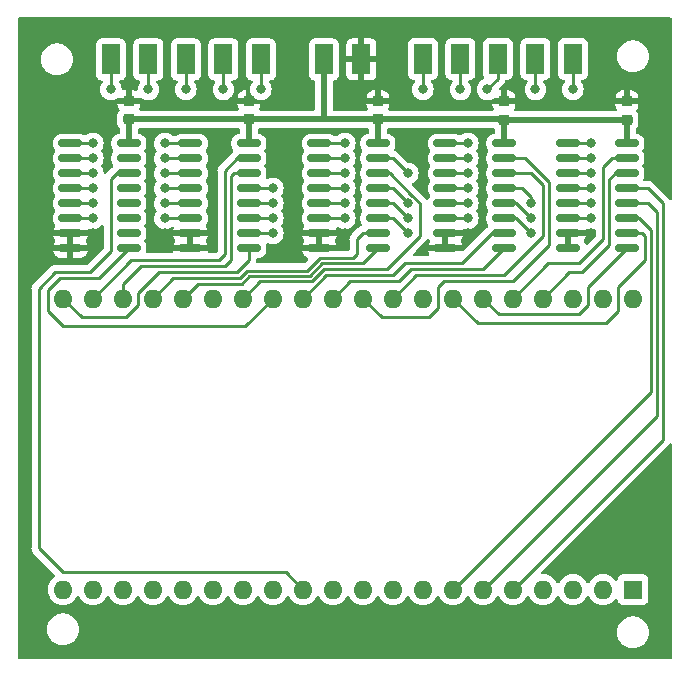
<source format=gbr>
%TF.GenerationSoftware,KiCad,Pcbnew,7.0.8*%
%TF.CreationDate,2023-11-11T12:56:24-08:00*%
%TF.ProjectId,LED Project,4c454420-5072-46f6-9a65-63742e6b6963,rev?*%
%TF.SameCoordinates,Original*%
%TF.FileFunction,Copper,L1,Top*%
%TF.FilePolarity,Positive*%
%FSLAX46Y46*%
G04 Gerber Fmt 4.6, Leading zero omitted, Abs format (unit mm)*
G04 Created by KiCad (PCBNEW 7.0.8) date 2023-11-11 12:56:24*
%MOMM*%
%LPD*%
G01*
G04 APERTURE LIST*
G04 Aperture macros list*
%AMRoundRect*
0 Rectangle with rounded corners*
0 $1 Rounding radius*
0 $2 $3 $4 $5 $6 $7 $8 $9 X,Y pos of 4 corners*
0 Add a 4 corners polygon primitive as box body*
4,1,4,$2,$3,$4,$5,$6,$7,$8,$9,$2,$3,0*
0 Add four circle primitives for the rounded corners*
1,1,$1+$1,$2,$3*
1,1,$1+$1,$4,$5*
1,1,$1+$1,$6,$7*
1,1,$1+$1,$8,$9*
0 Add four rect primitives between the rounded corners*
20,1,$1+$1,$2,$3,$4,$5,0*
20,1,$1+$1,$4,$5,$6,$7,0*
20,1,$1+$1,$6,$7,$8,$9,0*
20,1,$1+$1,$8,$9,$2,$3,0*%
G04 Aperture macros list end*
%TA.AperFunction,ComponentPad*%
%ADD10R,1.600000X1.600000*%
%TD*%
%TA.AperFunction,ComponentPad*%
%ADD11O,1.600000X1.600000*%
%TD*%
%TA.AperFunction,SMDPad,CuDef*%
%ADD12RoundRect,0.150000X-0.825000X-0.150000X0.825000X-0.150000X0.825000X0.150000X-0.825000X0.150000X0*%
%TD*%
%TA.AperFunction,SMDPad,CuDef*%
%ADD13RoundRect,0.225000X-0.250000X0.225000X-0.250000X-0.225000X0.250000X-0.225000X0.250000X0.225000X0*%
%TD*%
%TA.AperFunction,SMDPad,CuDef*%
%ADD14R,1.524000X2.540000*%
%TD*%
%TA.AperFunction,ViaPad*%
%ADD15C,0.800000*%
%TD*%
%TA.AperFunction,Conductor*%
%ADD16C,0.250000*%
%TD*%
%TA.AperFunction,Conductor*%
%ADD17C,0.500000*%
%TD*%
G04 APERTURE END LIST*
D10*
%TO.P,U6,1,COM*%
%TO.N,PHASE*%
X201944500Y-132524500D03*
D11*
%TO.P,U6,2,N/C*%
%TO.N,unconnected-(U6-N{slash}C-Pad2)*%
X199404500Y-132524500D03*
%TO.P,U6,3,N/C*%
%TO.N,unconnected-(U6-N{slash}C-Pad3)*%
X196864500Y-132524500D03*
%TO.P,U6,4,N/C*%
%TO.N,unconnected-(U6-N{slash}C-Pad4)*%
X194324500Y-132524500D03*
%TO.P,U6,5,0E*%
%TO.N,SIG_E0*%
X191784500Y-132524500D03*
%TO.P,U6,6,0D*%
%TO.N,SIG_D0*%
X189244500Y-132524500D03*
%TO.P,U6,7,0C*%
%TO.N,SIG_C0*%
X186704500Y-132524500D03*
%TO.P,U6,8,DP1*%
%TO.N,PHASE*%
X184164500Y-132524500D03*
%TO.P,U6,9,1E*%
%TO.N,SIG_E1*%
X181624500Y-132524500D03*
%TO.P,U6,10,1D*%
%TO.N,SIG_D1*%
X179084500Y-132524500D03*
%TO.P,U6,11,1C*%
%TO.N,SIG_C1*%
X176544500Y-132524500D03*
%TO.P,U6,12,DP2*%
%TO.N,SIG_DP*%
X174004500Y-132524500D03*
%TO.P,U6,13,2E*%
%TO.N,SIG_E2*%
X171464500Y-132524500D03*
%TO.P,U6,14,2D*%
%TO.N,SIG_D2*%
X168924500Y-132524500D03*
%TO.P,U6,15,2C*%
%TO.N,SIG_C2*%
X166384500Y-132524500D03*
%TO.P,U6,16,DP3*%
%TO.N,PHASE*%
X163844500Y-132524500D03*
%TO.P,U6,17,3E*%
%TO.N,SIG_E3*%
X161304500Y-132524500D03*
%TO.P,U6,18,3D*%
%TO.N,SIG_D3*%
X158764500Y-132524500D03*
%TO.P,U6,19,3C*%
%TO.N,SIG_C3*%
X156224500Y-132524500D03*
%TO.P,U6,20,3B*%
%TO.N,SIG_B3*%
X153684500Y-132524500D03*
%TO.P,U6,21,3A*%
%TO.N,SIG_A3*%
X153684500Y-107886500D03*
%TO.P,U6,22,3F*%
%TO.N,SIG_F3*%
X156224500Y-107886500D03*
%TO.P,U6,23,3G*%
%TO.N,SIG_G3*%
X158764500Y-107886500D03*
%TO.P,U6,24,2B*%
%TO.N,SIG_B2*%
X161304500Y-107886500D03*
%TO.P,U6,25,2A*%
%TO.N,SIG_A2*%
X163844500Y-107886500D03*
%TO.P,U6,26,2F*%
%TO.N,SIG_F2*%
X166384500Y-107886500D03*
%TO.P,U6,27,2G*%
%TO.N,SIG_G2*%
X168924500Y-107886500D03*
%TO.P,U6,28,COL*%
%TO.N,SIG_COL*%
X171464500Y-107886500D03*
%TO.P,U6,29,1B*%
%TO.N,SIG_B1*%
X174004500Y-107886500D03*
%TO.P,U6,30,1A*%
%TO.N,SIG_A1*%
X176544500Y-107886500D03*
%TO.P,U6,31,1F*%
%TO.N,SIG_F1*%
X179084500Y-107886500D03*
%TO.P,U6,32,1G*%
%TO.N,SIG_G1*%
X181624500Y-107886500D03*
%TO.P,U6,33,N/C*%
%TO.N,unconnected-(U6-N{slash}C-Pad33)*%
X184164500Y-107886500D03*
%TO.P,U6,34,0B*%
%TO.N,SIG_B0*%
X186704500Y-107886500D03*
%TO.P,U6,35,0A*%
%TO.N,SIG_A0*%
X189244500Y-107886500D03*
%TO.P,U6,36,0F*%
%TO.N,SIG_F0*%
X191784500Y-107886500D03*
%TO.P,U6,37,0G*%
%TO.N,SIG_G0*%
X194324500Y-107886500D03*
%TO.P,U6,38,N/C*%
%TO.N,unconnected-(U6-N{slash}C-Pad38)*%
X196864500Y-107886500D03*
%TO.P,U6,39,N/C*%
%TO.N,unconnected-(U6-N{slash}C-Pad39)*%
X199404500Y-107886500D03*
%TO.P,U6,40,COM*%
%TO.N,PHASE*%
X201944500Y-107886500D03*
%TD*%
D12*
%TO.P,U5,1,STROBE*%
%TO.N,MIS_SEL*%
X154308000Y-94742000D03*
%TO.P,U5,2,2^2*%
%TO.N,DATA2*%
X154308000Y-96012000D03*
%TO.P,U5,3,2^1*%
%TO.N,DATA1*%
X154308000Y-97282000D03*
%TO.P,U5,4,2^3*%
%TO.N,DATA3*%
X154308000Y-98552000D03*
%TO.P,U5,5,2^0*%
%TO.N,DATA0*%
X154308000Y-99822000D03*
%TO.P,U5,6,FREQ.IN*%
%TO.N,PHASE*%
X154308000Y-101092000D03*
%TO.P,U5,7,VEE*%
%TO.N,GND*%
X154308000Y-102362000D03*
%TO.P,U5,8,VSS*%
X154308000Y-103632000D03*
%TO.P,U5,9,a*%
%TO.N,SIG_COL*%
X159258000Y-103632000D03*
%TO.P,U5,10,b*%
%TO.N,unconnected-(U5-b-Pad10)*%
X159258000Y-102362000D03*
%TO.P,U5,11,c*%
%TO.N,unconnected-(U5-c-Pad11)*%
X159258000Y-101092000D03*
%TO.P,U5,12,d*%
%TO.N,unconnected-(U5-d-Pad12)*%
X159258000Y-99822000D03*
%TO.P,U5,13,e*%
%TO.N,unconnected-(U5-e-Pad13)*%
X159258000Y-98552000D03*
%TO.P,U5,14,g*%
%TO.N,SIG_DP*%
X159258000Y-97282000D03*
%TO.P,U5,15,f*%
%TO.N,unconnected-(U5-f-Pad15)*%
X159258000Y-96012000D03*
%TO.P,U5,16,VDD*%
%TO.N,+5V*%
X159258000Y-94742000D03*
%TD*%
D13*
%TO.P,C2,1*%
%TO.N,GND*%
X169418000Y-91160000D03*
%TO.P,C2,2*%
%TO.N,+5V*%
X169418000Y-92710000D03*
%TD*%
D12*
%TO.P,U4,1,STROBE*%
%TO.N,DIG_SEL_3*%
X164468000Y-94742000D03*
%TO.P,U4,2,2^2*%
%TO.N,DATA2*%
X164468000Y-96012000D03*
%TO.P,U4,3,2^1*%
%TO.N,DATA1*%
X164468000Y-97282000D03*
%TO.P,U4,4,2^3*%
%TO.N,DATA3*%
X164468000Y-98552000D03*
%TO.P,U4,5,2^0*%
%TO.N,DATA0*%
X164468000Y-99822000D03*
%TO.P,U4,6,FREQ.IN*%
%TO.N,PHASE*%
X164468000Y-101092000D03*
%TO.P,U4,7,VEE*%
%TO.N,GND*%
X164468000Y-102362000D03*
%TO.P,U4,8,VSS*%
X164468000Y-103632000D03*
%TO.P,U4,9,a*%
%TO.N,SIG_A3*%
X169418000Y-103632000D03*
%TO.P,U4,10,b*%
%TO.N,SIG_B3*%
X169418000Y-102362000D03*
%TO.P,U4,11,c*%
%TO.N,SIG_C3*%
X169418000Y-101092000D03*
%TO.P,U4,12,d*%
%TO.N,SIG_D3*%
X169418000Y-99822000D03*
%TO.P,U4,13,e*%
%TO.N,SIG_E3*%
X169418000Y-98552000D03*
%TO.P,U4,14,g*%
%TO.N,SIG_G3*%
X169418000Y-97282000D03*
%TO.P,U4,15,f*%
%TO.N,SIG_F3*%
X169418000Y-96012000D03*
%TO.P,U4,16,VDD*%
%TO.N,+5V*%
X169418000Y-94742000D03*
%TD*%
%TO.P,U2,1,STROBE*%
%TO.N,DIG_SEL_1*%
X186058000Y-94742000D03*
%TO.P,U2,2,2^2*%
%TO.N,DATA2*%
X186058000Y-96012000D03*
%TO.P,U2,3,2^1*%
%TO.N,DATA1*%
X186058000Y-97282000D03*
%TO.P,U2,4,2^3*%
%TO.N,DATA3*%
X186058000Y-98552000D03*
%TO.P,U2,5,2^0*%
%TO.N,DATA0*%
X186058000Y-99822000D03*
%TO.P,U2,6,FREQ.IN*%
%TO.N,PHASE*%
X186058000Y-101092000D03*
%TO.P,U2,7,VEE*%
%TO.N,GND*%
X186058000Y-102362000D03*
%TO.P,U2,8,VSS*%
X186058000Y-103632000D03*
%TO.P,U2,9,a*%
%TO.N,SIG_A1*%
X191008000Y-103632000D03*
%TO.P,U2,10,b*%
%TO.N,SIG_B1*%
X191008000Y-102362000D03*
%TO.P,U2,11,c*%
%TO.N,SIG_C1*%
X191008000Y-101092000D03*
%TO.P,U2,12,d*%
%TO.N,SIG_D1*%
X191008000Y-99822000D03*
%TO.P,U2,13,e*%
%TO.N,SIG_E1*%
X191008000Y-98552000D03*
%TO.P,U2,14,g*%
%TO.N,SIG_G1*%
X191008000Y-97282000D03*
%TO.P,U2,15,f*%
%TO.N,SIG_F1*%
X191008000Y-96012000D03*
%TO.P,U2,16,VDD*%
%TO.N,+5V*%
X191008000Y-94742000D03*
%TD*%
D13*
%TO.P,C6,1*%
%TO.N,GND*%
X191008000Y-91186000D03*
%TO.P,C6,2*%
%TO.N,+5V*%
X191008000Y-92736000D03*
%TD*%
%TO.P,C1,1*%
%TO.N,GND*%
X159258000Y-91160000D03*
%TO.P,C1,2*%
%TO.N,+5V*%
X159258000Y-92710000D03*
%TD*%
D12*
%TO.P,U1,1,STROBE*%
%TO.N,DIG_SEL_0*%
X196472000Y-94742000D03*
%TO.P,U1,2,2^2*%
%TO.N,DATA2*%
X196472000Y-96012000D03*
%TO.P,U1,3,2^1*%
%TO.N,DATA1*%
X196472000Y-97282000D03*
%TO.P,U1,4,2^3*%
%TO.N,DATA3*%
X196472000Y-98552000D03*
%TO.P,U1,5,2^0*%
%TO.N,DATA0*%
X196472000Y-99822000D03*
%TO.P,U1,6,FREQ.IN*%
%TO.N,PHASE*%
X196472000Y-101092000D03*
%TO.P,U1,7,VEE*%
%TO.N,GND*%
X196472000Y-102362000D03*
%TO.P,U1,8,VSS*%
X196472000Y-103632000D03*
%TO.P,U1,9,a*%
%TO.N,SIG_A0*%
X201422000Y-103632000D03*
%TO.P,U1,10,b*%
%TO.N,SIG_B0*%
X201422000Y-102362000D03*
%TO.P,U1,11,c*%
%TO.N,SIG_C0*%
X201422000Y-101092000D03*
%TO.P,U1,12,d*%
%TO.N,SIG_D0*%
X201422000Y-99822000D03*
%TO.P,U1,13,e*%
%TO.N,SIG_E0*%
X201422000Y-98552000D03*
%TO.P,U1,14,g*%
%TO.N,SIG_G0*%
X201422000Y-97282000D03*
%TO.P,U1,15,f*%
%TO.N,SIG_F0*%
X201422000Y-96012000D03*
%TO.P,U1,16,VDD*%
%TO.N,+5V*%
X201422000Y-94742000D03*
%TD*%
%TO.P,U3,1,STROBE*%
%TO.N,DIG_SEL_2*%
X175390000Y-94742000D03*
%TO.P,U3,2,2^2*%
%TO.N,DATA2*%
X175390000Y-96012000D03*
%TO.P,U3,3,2^1*%
%TO.N,DATA1*%
X175390000Y-97282000D03*
%TO.P,U3,4,2^3*%
%TO.N,DATA3*%
X175390000Y-98552000D03*
%TO.P,U3,5,2^0*%
%TO.N,DATA0*%
X175390000Y-99822000D03*
%TO.P,U3,6,FREQ.IN*%
%TO.N,PHASE*%
X175390000Y-101092000D03*
%TO.P,U3,7,VEE*%
%TO.N,GND*%
X175390000Y-102362000D03*
%TO.P,U3,8,VSS*%
X175390000Y-103632000D03*
%TO.P,U3,9,a*%
%TO.N,SIG_A2*%
X180340000Y-103632000D03*
%TO.P,U3,10,b*%
%TO.N,SIG_B2*%
X180340000Y-102362000D03*
%TO.P,U3,11,c*%
%TO.N,SIG_C2*%
X180340000Y-101092000D03*
%TO.P,U3,12,d*%
%TO.N,SIG_D2*%
X180340000Y-99822000D03*
%TO.P,U3,13,e*%
%TO.N,SIG_E2*%
X180340000Y-98552000D03*
%TO.P,U3,14,g*%
%TO.N,SIG_G2*%
X180340000Y-97282000D03*
%TO.P,U3,15,f*%
%TO.N,SIG_F2*%
X180340000Y-96012000D03*
%TO.P,U3,16,VDD*%
%TO.N,+5V*%
X180340000Y-94742000D03*
%TD*%
D14*
%TO.P,Conn2,1,0*%
%TO.N,DIG_SEL_0*%
X184150000Y-87603000D03*
%TO.P,Conn2,2,1*%
%TO.N,DIG_SEL_1*%
X187325000Y-87603000D03*
%TO.P,Conn2,3,2*%
%TO.N,DIG_SEL_2*%
X190500000Y-87603000D03*
%TO.P,Conn2,4,3*%
%TO.N,DIG_SEL_3*%
X193675000Y-87603000D03*
%TO.P,Conn2,5,4*%
%TO.N,MIS_SEL*%
X196850000Y-87603000D03*
%TD*%
%TO.P,Conn1,5,4*%
%TO.N,PHASE*%
X170434000Y-87630000D03*
%TO.P,Conn1,4,3*%
%TO.N,DATA3*%
X167259000Y-87630000D03*
%TO.P,Conn1,3,2*%
%TO.N,DATA2*%
X164084000Y-87630000D03*
%TO.P,Conn1,2,1*%
%TO.N,DATA1*%
X160909000Y-87630000D03*
%TO.P,Conn1,1,0*%
%TO.N,DATA0*%
X157734000Y-87630000D03*
%TD*%
D13*
%TO.P,C3,1*%
%TO.N,GND*%
X180340000Y-91160000D03*
%TO.P,C3,2*%
%TO.N,+5V*%
X180340000Y-92710000D03*
%TD*%
D14*
%TO.P,Conn3,1,Vin*%
%TO.N,+5V*%
X175768000Y-87630000D03*
%TO.P,Conn3,2,GND*%
%TO.N,GND*%
X178943000Y-87630000D03*
%TD*%
D13*
%TO.P,C4,1*%
%TO.N,GND*%
X201422000Y-91186000D03*
%TO.P,C4,2*%
%TO.N,+5V*%
X201422000Y-92736000D03*
%TD*%
D15*
%TO.N,GND*%
X172974000Y-90678000D03*
X172974000Y-87630000D03*
X203708000Y-94742000D03*
X203708000Y-96012000D03*
X203708000Y-97282000D03*
X151638000Y-102362000D03*
X151638000Y-103632000D03*
%TO.N,PHASE*%
X156210000Y-101092000D03*
%TO.N,MIS_SEL*%
X196850000Y-90170000D03*
%TO.N,DIG_SEL_3*%
X193675000Y-90170000D03*
%TO.N,DIG_SEL_2*%
X189611000Y-90170000D03*
%TO.N,DIG_SEL_1*%
X187325000Y-90170000D03*
%TO.N,DIG_SEL_0*%
X184150000Y-90170000D03*
%TO.N,DATA1*%
X160909000Y-90170000D03*
%TO.N,DATA0*%
X157734000Y-90170000D03*
%TO.N,PHASE*%
X170434000Y-90170000D03*
%TO.N,DATA3*%
X167259000Y-90170000D03*
%TO.N,DATA2*%
X164084000Y-90170000D03*
%TO.N,GND*%
X177546000Y-102362000D03*
X156210000Y-102362000D03*
X198374000Y-102362000D03*
X187960000Y-102362000D03*
X162306000Y-102362000D03*
%TO.N,PHASE*%
X177546000Y-101092000D03*
X162306000Y-101092000D03*
X198374000Y-101092000D03*
X187960000Y-101092000D03*
%TO.N,SIG_E1*%
X193294000Y-99822000D03*
%TO.N,SIG_D1*%
X193289701Y-101096299D03*
%TO.N,SIG_C1*%
X193289701Y-102357701D03*
%TO.N,SIG_E2*%
X182880000Y-99822000D03*
%TO.N,SIG_D2*%
X182880000Y-101092000D03*
%TO.N,SIG_C2*%
X182875701Y-102357701D03*
%TO.N,SIG_E3*%
X171450000Y-98552000D03*
%TO.N,SIG_D3*%
X171450000Y-99822000D03*
%TO.N,SIG_C3*%
X171450000Y-101092000D03*
%TO.N,SIG_B3*%
X171450000Y-102362000D03*
%TO.N,SIG_F2*%
X182880000Y-97282000D03*
%TO.N,DIG_SEL_0*%
X198374000Y-94742000D03*
%TO.N,DATA2*%
X187960000Y-96012000D03*
X177546000Y-96012000D03*
X198374000Y-96012000D03*
X162306000Y-96012000D03*
X156210000Y-96012000D03*
%TO.N,DATA1*%
X187960000Y-97282000D03*
X177546000Y-97282000D03*
X198374000Y-97282000D03*
X162306000Y-97282000D03*
X156210000Y-97282000D03*
%TO.N,DATA3*%
X162306000Y-98552000D03*
X156210000Y-98552000D03*
X177546000Y-98552000D03*
X198374000Y-98552000D03*
X187960000Y-98552000D03*
%TO.N,DATA0*%
X162306000Y-99822000D03*
X156210000Y-99822000D03*
X187960000Y-99822000D03*
X198374000Y-99822000D03*
X177546000Y-99822000D03*
%TO.N,DIG_SEL_1*%
X187960000Y-94742000D03*
%TO.N,DIG_SEL_2*%
X177546000Y-94742000D03*
%TO.N,DIG_SEL_3*%
X162306000Y-94742000D03*
%TO.N,MIS_SEL*%
X156210000Y-94742000D03*
%TD*%
D16*
%TO.N,SIG_C0*%
X203454000Y-102108000D02*
X202438000Y-101092000D01*
X186704500Y-132524500D02*
X203454000Y-115775000D01*
X203454000Y-115775000D02*
X203454000Y-102108000D01*
X202438000Y-101092000D02*
X201422000Y-101092000D01*
D17*
%TO.N,+5V*%
X180340000Y-92710000D02*
X175768000Y-92710000D01*
D16*
%TO.N,SIG_COL*%
X152400000Y-108966000D02*
X153670000Y-110236000D01*
X153670000Y-110236000D02*
X169115000Y-110236000D01*
X156718000Y-106172000D02*
X153416000Y-106172000D01*
X152400000Y-107188000D02*
X152400000Y-108966000D01*
X169115000Y-110236000D02*
X171464500Y-107886500D01*
X159258000Y-103632000D02*
X156718000Y-106172000D01*
X153416000Y-106172000D02*
X152400000Y-107188000D01*
%TO.N,SIG_A3*%
X159004000Y-109474000D02*
X155272000Y-109474000D01*
X160020000Y-108458000D02*
X159004000Y-109474000D01*
X155272000Y-109474000D02*
X153684500Y-107886500D01*
X161798000Y-105664000D02*
X160020000Y-107442000D01*
X168402000Y-105664000D02*
X161798000Y-105664000D01*
X169418000Y-103632000D02*
X169418000Y-104648000D01*
X169418000Y-104648000D02*
X168402000Y-105664000D01*
X160020000Y-107442000D02*
X160020000Y-108458000D01*
%TO.N,SIG_F3*%
X167386000Y-97069000D02*
X168443000Y-96012000D01*
X167386000Y-104140000D02*
X167386000Y-97069000D01*
X166878000Y-104648000D02*
X167386000Y-104140000D01*
X159463000Y-104648000D02*
X166878000Y-104648000D01*
X168443000Y-96012000D02*
X169418000Y-96012000D01*
X156224500Y-107886500D02*
X159463000Y-104648000D01*
%TO.N,SIG_A2*%
X165109000Y-106622000D02*
X163844500Y-107886500D01*
X168816500Y-106622000D02*
X165109000Y-106622000D01*
X174565604Y-105976000D02*
X169462500Y-105976000D01*
X175639604Y-104902000D02*
X174565604Y-105976000D01*
X169462500Y-105976000D02*
X168816500Y-106622000D01*
X179070000Y-104902000D02*
X175639604Y-104902000D01*
X180340000Y-103632000D02*
X179070000Y-104902000D01*
%TO.N,SIG_B2*%
X179070000Y-102362000D02*
X180340000Y-102362000D01*
X178562000Y-102870000D02*
X179070000Y-102362000D01*
X168630104Y-106172000D02*
X169276104Y-105526000D01*
X175453208Y-104452000D02*
X178250000Y-104452000D01*
X178250000Y-104452000D02*
X178562000Y-104140000D01*
X169276104Y-105526000D02*
X174379208Y-105526000D01*
X174379208Y-105526000D02*
X175453208Y-104452000D01*
X178562000Y-104140000D02*
X178562000Y-102870000D01*
X163019000Y-106172000D02*
X168630104Y-106172000D01*
X161304500Y-107886500D02*
X163019000Y-106172000D01*
%TO.N,SIG_G3*%
X168148000Y-97282000D02*
X169418000Y-97282000D01*
X167894000Y-97536000D02*
X168148000Y-97282000D01*
X167386000Y-105156000D02*
X167894000Y-104648000D01*
X158764500Y-106665500D02*
X160274000Y-105156000D01*
X158764500Y-107886500D02*
X158764500Y-106665500D01*
X160274000Y-105156000D02*
X167386000Y-105156000D01*
X167894000Y-104648000D02*
X167894000Y-97536000D01*
%TO.N,PHASE*%
X170434000Y-90170000D02*
X170434000Y-87630000D01*
D17*
%TO.N,+5V*%
X175768000Y-87630000D02*
X175768000Y-92710000D01*
D16*
%TO.N,SIG_E0*%
X204470000Y-119839000D02*
X191784500Y-132524500D01*
X204470000Y-99822000D02*
X204470000Y-119839000D01*
X203200000Y-98552000D02*
X204470000Y-99822000D01*
%TO.N,SIG_D0*%
X203962000Y-100584000D02*
X203200000Y-99822000D01*
X203962000Y-117807000D02*
X203962000Y-100584000D01*
X189244500Y-132524500D02*
X203962000Y-117807000D01*
%TO.N,SIG_F2*%
X181610000Y-96012000D02*
X182880000Y-97282000D01*
X180340000Y-96012000D02*
X181610000Y-96012000D01*
%TO.N,SIG_G2*%
X181356000Y-97282000D02*
X180340000Y-97282000D01*
X175768000Y-105410000D02*
X181102000Y-105410000D01*
X183896000Y-102616000D02*
X183896000Y-99812695D01*
X174752000Y-106426000D02*
X175768000Y-105410000D01*
X183180305Y-99097000D02*
X183171000Y-99097000D01*
X183896000Y-99812695D02*
X183180305Y-99097000D01*
X170385000Y-106426000D02*
X174752000Y-106426000D01*
X181102000Y-105410000D02*
X183896000Y-102616000D01*
X183171000Y-99097000D02*
X181356000Y-97282000D01*
X168924500Y-107886500D02*
X170385000Y-106426000D01*
%TO.N,SIG_E2*%
X181610000Y-98552000D02*
X182880000Y-99822000D01*
X180340000Y-98552000D02*
X181610000Y-98552000D01*
%TO.N,SIG_D2*%
X181610000Y-99822000D02*
X182880000Y-101092000D01*
X180340000Y-99822000D02*
X181610000Y-99822000D01*
%TO.N,SIG_C2*%
X181610000Y-101092000D02*
X182875701Y-102357701D01*
X180340000Y-101092000D02*
X181610000Y-101092000D01*
%TO.N,SIG_C1*%
X192024000Y-101092000D02*
X191008000Y-101092000D01*
X193289701Y-102357701D02*
X192024000Y-101092000D01*
%TO.N,SIG_D1*%
X192015402Y-99822000D02*
X191008000Y-99822000D01*
X193289701Y-101096299D02*
X192015402Y-99822000D01*
%TO.N,SIG_E1*%
X191008000Y-98552000D02*
X192532000Y-98552000D01*
X192532000Y-98552000D02*
X193294000Y-99314000D01*
X193294000Y-99314000D02*
X193294000Y-99822000D01*
%TO.N,SIG_G1*%
X194310000Y-98298000D02*
X193294000Y-97282000D01*
X193294000Y-97282000D02*
X191008000Y-97282000D01*
X194310000Y-102616000D02*
X194310000Y-98298000D01*
X191008000Y-105918000D02*
X194310000Y-102616000D01*
X183593000Y-105918000D02*
X191008000Y-105918000D01*
X181624500Y-107886500D02*
X183593000Y-105918000D01*
%TO.N,SIG_F1*%
X180672000Y-109474000D02*
X179084500Y-107886500D01*
X184658000Y-109474000D02*
X180672000Y-109474000D01*
X185928000Y-106426000D02*
X185420000Y-106934000D01*
X191770000Y-106426000D02*
X185928000Y-106426000D01*
X185420000Y-106934000D02*
X185420000Y-108712000D01*
X194818000Y-103378000D02*
X191770000Y-106426000D01*
X194818000Y-98044000D02*
X194818000Y-103378000D01*
X191008000Y-96012000D02*
X192786000Y-96012000D01*
X192786000Y-96012000D02*
X194818000Y-98044000D01*
X185420000Y-108712000D02*
X184658000Y-109474000D01*
%TO.N,PHASE*%
X175390000Y-101092000D02*
X177546000Y-101092000D01*
X164468000Y-101092000D02*
X162306000Y-101092000D01*
X186058000Y-101092000D02*
X187960000Y-101092000D01*
X196472000Y-101092000D02*
X198374000Y-101092000D01*
X154308000Y-101092000D02*
X156210000Y-101092000D01*
%TO.N,SIG_DP*%
X172544000Y-131064000D02*
X174004500Y-132524500D01*
X153670000Y-131064000D02*
X172544000Y-131064000D01*
X157734000Y-103886000D02*
X155956000Y-105664000D01*
X155956000Y-105664000D02*
X153033604Y-105664000D01*
X157734000Y-97790000D02*
X157734000Y-103886000D01*
X158242000Y-97282000D02*
X157734000Y-97790000D01*
X151638000Y-107059604D02*
X151638000Y-129032000D01*
X151638000Y-129032000D02*
X153670000Y-131064000D01*
X159258000Y-97282000D02*
X158242000Y-97282000D01*
X153033604Y-105664000D02*
X151638000Y-107059604D01*
%TO.N,SIG_B1*%
X187452000Y-104902000D02*
X189992000Y-102362000D01*
X189992000Y-102362000D02*
X191008000Y-102362000D01*
X182626000Y-104902000D02*
X187452000Y-104902000D01*
X181610000Y-105918000D02*
X182626000Y-104902000D01*
X175973000Y-105918000D02*
X181610000Y-105918000D01*
X174004500Y-107886500D02*
X175973000Y-105918000D01*
%TO.N,SIG_A1*%
X178005000Y-106426000D02*
X176544500Y-107886500D01*
X182156302Y-106426000D02*
X178005000Y-106426000D01*
X183172302Y-105410000D02*
X182156302Y-106426000D01*
X189230000Y-105410000D02*
X183172302Y-105410000D01*
X191008000Y-103632000D02*
X189230000Y-105410000D01*
D17*
%TO.N,GND*%
X154308000Y-103632000D02*
X154308000Y-102362000D01*
X154308000Y-102362000D02*
X156210000Y-102362000D01*
X162306000Y-102362000D02*
X164468000Y-102362000D01*
X164468000Y-102362000D02*
X164468000Y-103632000D01*
X175390000Y-102362000D02*
X177546000Y-102362000D01*
X175390000Y-103632000D02*
X175390000Y-102362000D01*
X186058000Y-102362000D02*
X187960000Y-102362000D01*
X186058000Y-103632000D02*
X186058000Y-102362000D01*
X196472000Y-103632000D02*
X196472000Y-102362000D01*
X196472000Y-102362000D02*
X198374000Y-102362000D01*
D16*
%TO.N,SIG_A0*%
X190578000Y-109220000D02*
X189244500Y-107886500D01*
X198120000Y-108458000D02*
X197358000Y-109220000D01*
X197358000Y-109220000D02*
X190578000Y-109220000D01*
X198120000Y-106934000D02*
X198120000Y-108458000D01*
X201422000Y-103632000D02*
X198120000Y-106934000D01*
%TO.N,SIG_G0*%
X196547000Y-105664000D02*
X194324500Y-107886500D01*
X197612000Y-105664000D02*
X196547000Y-105664000D01*
X200447000Y-97282000D02*
X199898000Y-97831000D01*
X199898000Y-97831000D02*
X199898000Y-103378000D01*
X199898000Y-103378000D02*
X197612000Y-105664000D01*
X201422000Y-97282000D02*
X200447000Y-97282000D01*
%TO.N,SIG_F0*%
X194769000Y-104902000D02*
X191784500Y-107886500D01*
X197358000Y-104902000D02*
X194769000Y-104902000D01*
X199390000Y-102870000D02*
X197358000Y-104902000D01*
X200152000Y-96012000D02*
X199390000Y-96774000D01*
X199390000Y-96774000D02*
X199390000Y-102870000D01*
X201422000Y-96012000D02*
X200152000Y-96012000D01*
%TO.N,SIG_B0*%
X202946000Y-104648000D02*
X202946000Y-102616000D01*
X202692000Y-102362000D02*
X201422000Y-102362000D01*
X200660000Y-108966000D02*
X200660000Y-106934000D01*
X202946000Y-102616000D02*
X202692000Y-102362000D01*
X199644000Y-109982000D02*
X200660000Y-108966000D01*
X188800000Y-109982000D02*
X199644000Y-109982000D01*
X200660000Y-106934000D02*
X202946000Y-104648000D01*
X186704500Y-107886500D02*
X188800000Y-109982000D01*
%TO.N,DIG_SEL_2*%
X190500000Y-89281000D02*
X190500000Y-87603000D01*
X189611000Y-90170000D02*
X190500000Y-89281000D01*
%TO.N,DATA3*%
X167259000Y-87630000D02*
X167259000Y-90170000D01*
%TO.N,DATA2*%
X164084000Y-87630000D02*
X164084000Y-90170000D01*
%TO.N,DATA1*%
X160909000Y-87630000D02*
X160909000Y-90170000D01*
%TO.N,DATA0*%
X157734000Y-87630000D02*
X157734000Y-90170000D01*
%TO.N,DIG_SEL_1*%
X187325000Y-87603000D02*
X187325000Y-90170000D01*
%TO.N,DIG_SEL_3*%
X193675000Y-87603000D02*
X193675000Y-90170000D01*
%TO.N,MIS_SEL*%
X196850000Y-87603000D02*
X196850000Y-90170000D01*
%TO.N,DIG_SEL_0*%
X184150000Y-87603000D02*
X184150000Y-90170000D01*
%TO.N,SIG_E0*%
X201422000Y-98552000D02*
X203200000Y-98552000D01*
%TO.N,SIG_D0*%
X201422000Y-99822000D02*
X203200000Y-99822000D01*
%TO.N,SIG_E3*%
X169418000Y-98552000D02*
X171450000Y-98552000D01*
%TO.N,SIG_D3*%
X169418000Y-99822000D02*
X171450000Y-99822000D01*
%TO.N,SIG_C3*%
X169418000Y-101092000D02*
X171450000Y-101092000D01*
%TO.N,SIG_B3*%
X169418000Y-102362000D02*
X171450000Y-102362000D01*
D17*
%TO.N,+5V*%
X159258000Y-92710000D02*
X169418000Y-92710000D01*
X169418000Y-92710000D02*
X169418000Y-94742000D01*
X190982000Y-92710000D02*
X191008000Y-92736000D01*
X191008000Y-92736000D02*
X191008000Y-94739000D01*
X169418000Y-92710000D02*
X175768000Y-92710000D01*
X191008000Y-92736000D02*
X201422000Y-92736000D01*
X180340000Y-92710000D02*
X190982000Y-92710000D01*
X191008000Y-94739000D02*
X191005000Y-94742000D01*
X180340000Y-92710000D02*
X180340000Y-94742000D01*
X201422000Y-92736000D02*
X201422000Y-94742000D01*
X159258000Y-92710000D02*
X159258000Y-94742000D01*
D16*
%TO.N,DIG_SEL_0*%
X196472000Y-94742000D02*
X198374000Y-94742000D01*
%TO.N,DATA2*%
X196472000Y-96012000D02*
X198374000Y-96012000D01*
X164468000Y-96012000D02*
X162306000Y-96012000D01*
X175390000Y-96012000D02*
X177546000Y-96012000D01*
X154308000Y-96012000D02*
X156210000Y-96012000D01*
X186058000Y-96012000D02*
X187960000Y-96012000D01*
%TO.N,DATA1*%
X175390000Y-97282000D02*
X177546000Y-97282000D01*
X154308000Y-97282000D02*
X156210000Y-97282000D01*
X164468000Y-97282000D02*
X162306000Y-97282000D01*
X196472000Y-97282000D02*
X198374000Y-97282000D01*
X186058000Y-97282000D02*
X187960000Y-97282000D01*
%TO.N,DATA3*%
X154308000Y-98552000D02*
X156210000Y-98552000D01*
X186058000Y-98552000D02*
X187960000Y-98552000D01*
X164468000Y-98552000D02*
X162306000Y-98552000D01*
X196472000Y-98552000D02*
X198374000Y-98552000D01*
X175390000Y-98552000D02*
X177546000Y-98552000D01*
%TO.N,DATA0*%
X154308000Y-99822000D02*
X156210000Y-99822000D01*
X164468000Y-99822000D02*
X162306000Y-99822000D01*
X196472000Y-99822000D02*
X198374000Y-99822000D01*
X186058000Y-99822000D02*
X187960000Y-99822000D01*
X175390000Y-99822000D02*
X177546000Y-99822000D01*
%TO.N,DIG_SEL_1*%
X186058000Y-94742000D02*
X187960000Y-94742000D01*
%TO.N,DIG_SEL_2*%
X175390000Y-94742000D02*
X177546000Y-94742000D01*
%TO.N,DIG_SEL_3*%
X164468000Y-94742000D02*
X162306000Y-94742000D01*
%TO.N,MIS_SEL*%
X154308000Y-94742000D02*
X156210000Y-94742000D01*
%TD*%
%TA.AperFunction,Conductor*%
%TO.N,GND*%
G36*
X205174539Y-84094185D02*
G01*
X205220294Y-84146989D01*
X205231500Y-84198500D01*
X205231500Y-99424318D01*
X205211815Y-99491357D01*
X205159011Y-99537112D01*
X205089853Y-99547056D01*
X205026297Y-99518031D01*
X205007181Y-99497202D01*
X204995098Y-99480570D01*
X204991890Y-99475687D01*
X204968172Y-99435582D01*
X204968163Y-99435571D01*
X204954005Y-99421413D01*
X204941370Y-99406620D01*
X204929593Y-99390412D01*
X204893693Y-99360713D01*
X204889381Y-99356790D01*
X203700803Y-98168212D01*
X203690980Y-98155950D01*
X203690759Y-98156134D01*
X203685786Y-98150123D01*
X203676712Y-98141602D01*
X203635364Y-98102773D01*
X203620239Y-98087648D01*
X203614475Y-98081883D01*
X203608986Y-98077625D01*
X203604561Y-98073847D01*
X203570582Y-98041938D01*
X203570580Y-98041936D01*
X203570577Y-98041935D01*
X203553029Y-98032288D01*
X203536763Y-98021604D01*
X203520933Y-98009325D01*
X203478168Y-97990818D01*
X203472922Y-97988248D01*
X203432093Y-97965803D01*
X203432092Y-97965802D01*
X203412693Y-97960822D01*
X203394281Y-97954518D01*
X203375898Y-97946562D01*
X203375892Y-97946560D01*
X203329874Y-97939272D01*
X203324152Y-97938087D01*
X203279021Y-97926500D01*
X203279019Y-97926500D01*
X203258984Y-97926500D01*
X203239586Y-97924973D01*
X203232162Y-97923797D01*
X203219805Y-97921840D01*
X203219804Y-97921840D01*
X203173416Y-97926225D01*
X203167578Y-97926500D01*
X202927692Y-97926500D01*
X202860653Y-97906815D01*
X202814898Y-97854011D01*
X202804954Y-97784853D01*
X202820959Y-97739380D01*
X202827654Y-97728059D01*
X202848744Y-97692398D01*
X202894598Y-97534569D01*
X202897500Y-97497694D01*
X202897500Y-97066306D01*
X202896153Y-97049196D01*
X202894598Y-97029432D01*
X202894597Y-97029426D01*
X202848745Y-96871606D01*
X202848744Y-96871603D01*
X202848744Y-96871602D01*
X202765081Y-96730135D01*
X202765078Y-96730132D01*
X202760298Y-96723969D01*
X202762750Y-96722066D01*
X202736155Y-96673421D01*
X202741104Y-96603726D01*
X202761940Y-96571304D01*
X202760298Y-96570031D01*
X202765075Y-96563870D01*
X202765081Y-96563865D01*
X202848744Y-96422398D01*
X202894598Y-96264569D01*
X202897500Y-96227694D01*
X202897500Y-95796306D01*
X202894598Y-95759431D01*
X202848744Y-95601602D01*
X202765081Y-95460135D01*
X202765078Y-95460132D01*
X202760298Y-95453969D01*
X202762750Y-95452066D01*
X202736155Y-95403421D01*
X202741104Y-95333726D01*
X202761940Y-95301304D01*
X202760298Y-95300031D01*
X202765075Y-95293870D01*
X202765081Y-95293865D01*
X202848744Y-95152398D01*
X202894598Y-94994569D01*
X202897500Y-94957694D01*
X202897500Y-94526306D01*
X202894598Y-94489431D01*
X202848744Y-94331602D01*
X202765081Y-94190135D01*
X202765079Y-94190133D01*
X202765076Y-94190129D01*
X202648870Y-94073923D01*
X202648862Y-94073917D01*
X202507396Y-93990255D01*
X202507393Y-93990254D01*
X202349573Y-93944402D01*
X202349567Y-93944401D01*
X202312696Y-93941500D01*
X202312694Y-93941500D01*
X202296500Y-93941500D01*
X202229461Y-93921815D01*
X202183706Y-93869011D01*
X202172500Y-93817500D01*
X202172500Y-93537874D01*
X202192185Y-93470835D01*
X202208819Y-93450193D01*
X202244968Y-93414044D01*
X202334003Y-93269697D01*
X202387349Y-93108708D01*
X202397500Y-93009345D01*
X202397499Y-92462656D01*
X202387349Y-92363292D01*
X202334003Y-92202303D01*
X202333999Y-92202297D01*
X202333998Y-92202294D01*
X202244970Y-92057959D01*
X202244967Y-92057955D01*
X202235339Y-92048327D01*
X202201854Y-91987004D01*
X202206838Y-91917312D01*
X202235345Y-91872959D01*
X202244573Y-91863731D01*
X202333542Y-91719492D01*
X202333547Y-91719481D01*
X202386855Y-91558606D01*
X202396999Y-91459322D01*
X202397000Y-91459309D01*
X202397000Y-91436000D01*
X200447001Y-91436000D01*
X200447001Y-91459322D01*
X200457144Y-91558607D01*
X200510452Y-91719481D01*
X200510457Y-91719492D01*
X200557897Y-91796403D01*
X200576338Y-91863795D01*
X200555416Y-91930459D01*
X200501774Y-91975228D01*
X200452359Y-91985500D01*
X191977641Y-91985500D01*
X191910602Y-91965815D01*
X191864847Y-91913011D01*
X191854903Y-91843853D01*
X191872103Y-91796403D01*
X191919542Y-91719492D01*
X191919547Y-91719481D01*
X191972855Y-91558606D01*
X191982999Y-91459322D01*
X191983000Y-91459309D01*
X191983000Y-91436000D01*
X190033001Y-91436000D01*
X190033001Y-91459322D01*
X190043144Y-91558607D01*
X190096452Y-91719481D01*
X190096457Y-91719492D01*
X190127860Y-91770403D01*
X190146301Y-91837795D01*
X190125379Y-91904459D01*
X190071737Y-91949228D01*
X190022322Y-91959500D01*
X181309641Y-91959500D01*
X181242602Y-91939815D01*
X181196847Y-91887011D01*
X181186903Y-91817853D01*
X181204103Y-91770403D01*
X181251542Y-91693492D01*
X181251547Y-91693481D01*
X181304855Y-91532606D01*
X181314999Y-91433322D01*
X181315000Y-91433309D01*
X181315000Y-91410000D01*
X179365001Y-91410000D01*
X179365001Y-91433322D01*
X179375144Y-91532607D01*
X179428452Y-91693481D01*
X179428457Y-91693492D01*
X179475897Y-91770403D01*
X179494338Y-91837795D01*
X179473416Y-91904459D01*
X179419774Y-91949228D01*
X179370359Y-91959500D01*
X176642500Y-91959500D01*
X176575461Y-91939815D01*
X176529706Y-91887011D01*
X176518500Y-91835500D01*
X176518500Y-90910000D01*
X179365000Y-90910000D01*
X180090000Y-90910000D01*
X180090000Y-90210000D01*
X180590000Y-90210000D01*
X180590000Y-90910000D01*
X181314999Y-90910000D01*
X181314999Y-90886692D01*
X181314998Y-90886677D01*
X181304855Y-90787392D01*
X181251547Y-90626518D01*
X181251542Y-90626507D01*
X181162575Y-90482271D01*
X181162572Y-90482267D01*
X181042732Y-90362427D01*
X181042728Y-90362424D01*
X180898492Y-90273457D01*
X180898481Y-90273452D01*
X180737606Y-90220144D01*
X180638322Y-90210000D01*
X180590000Y-90210000D01*
X180090000Y-90210000D01*
X180089999Y-90209999D01*
X180041693Y-90210000D01*
X180041675Y-90210001D01*
X179942392Y-90220144D01*
X179781518Y-90273452D01*
X179781507Y-90273457D01*
X179637271Y-90362424D01*
X179637267Y-90362427D01*
X179517427Y-90482267D01*
X179517424Y-90482271D01*
X179428457Y-90626507D01*
X179428452Y-90626518D01*
X179375144Y-90787393D01*
X179365000Y-90886677D01*
X179365000Y-90910000D01*
X176518500Y-90910000D01*
X176518500Y-89518266D01*
X176538185Y-89451227D01*
X176590989Y-89405472D01*
X176629250Y-89394976D01*
X176637483Y-89394091D01*
X176772328Y-89343797D01*
X176772327Y-89343797D01*
X176772331Y-89343796D01*
X176887546Y-89257546D01*
X176973796Y-89142331D01*
X177024091Y-89007483D01*
X177030500Y-88947873D01*
X177030499Y-87880000D01*
X177681000Y-87880000D01*
X177681000Y-88947844D01*
X177687401Y-89007372D01*
X177687403Y-89007379D01*
X177737645Y-89142086D01*
X177737649Y-89142093D01*
X177823809Y-89257187D01*
X177823812Y-89257190D01*
X177938906Y-89343350D01*
X177938913Y-89343354D01*
X178073620Y-89393596D01*
X178073627Y-89393598D01*
X178133155Y-89399999D01*
X178133172Y-89400000D01*
X178693000Y-89400000D01*
X178693000Y-87880000D01*
X179193000Y-87880000D01*
X179193000Y-89400000D01*
X179752828Y-89400000D01*
X179752844Y-89399999D01*
X179812372Y-89393598D01*
X179812379Y-89393596D01*
X179947086Y-89343354D01*
X179947093Y-89343350D01*
X180062187Y-89257190D01*
X180062190Y-89257187D01*
X180148350Y-89142093D01*
X180148354Y-89142086D01*
X180198596Y-89007379D01*
X180198598Y-89007372D01*
X180204999Y-88947844D01*
X180205000Y-88947827D01*
X180205000Y-88920870D01*
X182887500Y-88920870D01*
X182887501Y-88920876D01*
X182893908Y-88980483D01*
X182944202Y-89115328D01*
X182944206Y-89115335D01*
X183030452Y-89230544D01*
X183030455Y-89230547D01*
X183145664Y-89316793D01*
X183145671Y-89316797D01*
X183185318Y-89331584D01*
X183280517Y-89367091D01*
X183340127Y-89373500D01*
X183376920Y-89373499D01*
X183443958Y-89393182D01*
X183489714Y-89445985D01*
X183499659Y-89515143D01*
X183470636Y-89578699D01*
X183469072Y-89580470D01*
X183417466Y-89637785D01*
X183322821Y-89801715D01*
X183322818Y-89801722D01*
X183264327Y-89981740D01*
X183264326Y-89981744D01*
X183244540Y-90170000D01*
X183264326Y-90358256D01*
X183264327Y-90358259D01*
X183322818Y-90538277D01*
X183322821Y-90538284D01*
X183417467Y-90702216D01*
X183494160Y-90787392D01*
X183544129Y-90842888D01*
X183697265Y-90954148D01*
X183697270Y-90954151D01*
X183870192Y-91031142D01*
X183870197Y-91031144D01*
X184055354Y-91070500D01*
X184055355Y-91070500D01*
X184244644Y-91070500D01*
X184244646Y-91070500D01*
X184429803Y-91031144D01*
X184602730Y-90954151D01*
X184755871Y-90842888D01*
X184882533Y-90702216D01*
X184977179Y-90538284D01*
X185035674Y-90358256D01*
X185055460Y-90170000D01*
X185035674Y-89981744D01*
X184977179Y-89801716D01*
X184882533Y-89637784D01*
X184830927Y-89580470D01*
X184800698Y-89517480D01*
X184809323Y-89448144D01*
X184854065Y-89394479D01*
X184920717Y-89373521D01*
X184923078Y-89373499D01*
X184959871Y-89373499D01*
X184959872Y-89373499D01*
X185019483Y-89367091D01*
X185154331Y-89316796D01*
X185269546Y-89230546D01*
X185355796Y-89115331D01*
X185406091Y-88980483D01*
X185412500Y-88920873D01*
X185412500Y-88920870D01*
X186062500Y-88920870D01*
X186062501Y-88920876D01*
X186068908Y-88980483D01*
X186119202Y-89115328D01*
X186119206Y-89115335D01*
X186205452Y-89230544D01*
X186205455Y-89230547D01*
X186320664Y-89316793D01*
X186320671Y-89316797D01*
X186360318Y-89331584D01*
X186455517Y-89367091D01*
X186515127Y-89373500D01*
X186551920Y-89373499D01*
X186618958Y-89393182D01*
X186664714Y-89445985D01*
X186674659Y-89515143D01*
X186645636Y-89578699D01*
X186644072Y-89580470D01*
X186592466Y-89637785D01*
X186497821Y-89801715D01*
X186497818Y-89801722D01*
X186439327Y-89981740D01*
X186439326Y-89981744D01*
X186419540Y-90170000D01*
X186439326Y-90358256D01*
X186439327Y-90358259D01*
X186497818Y-90538277D01*
X186497821Y-90538284D01*
X186592467Y-90702216D01*
X186669160Y-90787392D01*
X186719129Y-90842888D01*
X186872265Y-90954148D01*
X186872270Y-90954151D01*
X187045192Y-91031142D01*
X187045197Y-91031144D01*
X187230354Y-91070500D01*
X187230355Y-91070500D01*
X187419644Y-91070500D01*
X187419646Y-91070500D01*
X187604803Y-91031144D01*
X187777730Y-90954151D01*
X187930871Y-90842888D01*
X188057533Y-90702216D01*
X188152179Y-90538284D01*
X188210674Y-90358256D01*
X188230460Y-90170000D01*
X188705540Y-90170000D01*
X188725326Y-90358256D01*
X188725327Y-90358259D01*
X188783818Y-90538277D01*
X188783821Y-90538284D01*
X188878467Y-90702216D01*
X188955160Y-90787392D01*
X189005129Y-90842888D01*
X189158265Y-90954148D01*
X189158270Y-90954151D01*
X189331192Y-91031142D01*
X189331197Y-91031144D01*
X189516354Y-91070500D01*
X189516355Y-91070500D01*
X189705644Y-91070500D01*
X189705646Y-91070500D01*
X189890803Y-91031144D01*
X190063730Y-90954151D01*
X190063735Y-90954146D01*
X190066398Y-90952611D01*
X190068383Y-90952079D01*
X190069666Y-90951508D01*
X190069756Y-90951711D01*
X190128394Y-90936000D01*
X190758000Y-90936000D01*
X190758000Y-90236000D01*
X191258000Y-90236000D01*
X191258000Y-90936000D01*
X191982999Y-90936000D01*
X191982999Y-90912692D01*
X191982998Y-90912677D01*
X191972855Y-90813392D01*
X191919547Y-90652518D01*
X191919542Y-90652507D01*
X191830575Y-90508271D01*
X191830572Y-90508267D01*
X191710732Y-90388427D01*
X191710728Y-90388424D01*
X191566492Y-90299457D01*
X191566481Y-90299452D01*
X191405606Y-90246144D01*
X191306322Y-90236000D01*
X191258000Y-90236000D01*
X190758000Y-90236000D01*
X190757999Y-90235999D01*
X190728953Y-90236000D01*
X190661913Y-90216316D01*
X190616157Y-90163513D01*
X190606213Y-90094354D01*
X190635237Y-90030798D01*
X190641256Y-90024333D01*
X190883788Y-89781801D01*
X190896042Y-89771986D01*
X190895859Y-89771764D01*
X190901866Y-89766792D01*
X190901877Y-89766786D01*
X190932775Y-89733882D01*
X190949227Y-89716364D01*
X190959671Y-89705918D01*
X190970120Y-89695471D01*
X190974379Y-89689978D01*
X190978152Y-89685561D01*
X191010062Y-89651582D01*
X191019715Y-89634020D01*
X191030389Y-89617770D01*
X191042673Y-89601936D01*
X191061180Y-89559167D01*
X191063749Y-89553924D01*
X191082997Y-89518912D01*
X191086197Y-89513092D01*
X191091177Y-89493691D01*
X191097478Y-89475288D01*
X191105438Y-89456896D01*
X191105438Y-89456895D01*
X191108538Y-89449733D01*
X191111331Y-89450942D01*
X191141298Y-89404019D01*
X191204770Y-89374812D01*
X191222769Y-89373499D01*
X191309871Y-89373499D01*
X191309872Y-89373499D01*
X191369483Y-89367091D01*
X191504331Y-89316796D01*
X191619546Y-89230546D01*
X191705796Y-89115331D01*
X191756091Y-88980483D01*
X191762500Y-88920873D01*
X191762500Y-88920870D01*
X192412500Y-88920870D01*
X192412501Y-88920876D01*
X192418908Y-88980483D01*
X192469202Y-89115328D01*
X192469206Y-89115335D01*
X192555452Y-89230544D01*
X192555455Y-89230547D01*
X192670664Y-89316793D01*
X192670671Y-89316797D01*
X192710318Y-89331584D01*
X192805517Y-89367091D01*
X192865127Y-89373500D01*
X192901920Y-89373499D01*
X192968958Y-89393182D01*
X193014714Y-89445985D01*
X193024659Y-89515143D01*
X192995636Y-89578699D01*
X192994072Y-89580470D01*
X192942466Y-89637785D01*
X192847821Y-89801715D01*
X192847818Y-89801722D01*
X192789327Y-89981740D01*
X192789326Y-89981744D01*
X192769540Y-90170000D01*
X192789326Y-90358256D01*
X192789327Y-90358259D01*
X192847818Y-90538277D01*
X192847821Y-90538284D01*
X192942467Y-90702216D01*
X193019160Y-90787392D01*
X193069129Y-90842888D01*
X193222265Y-90954148D01*
X193222270Y-90954151D01*
X193395192Y-91031142D01*
X193395197Y-91031144D01*
X193580354Y-91070500D01*
X193580355Y-91070500D01*
X193769644Y-91070500D01*
X193769646Y-91070500D01*
X193954803Y-91031144D01*
X194127730Y-90954151D01*
X194280871Y-90842888D01*
X194407533Y-90702216D01*
X194502179Y-90538284D01*
X194560674Y-90358256D01*
X194580460Y-90170000D01*
X194560674Y-89981744D01*
X194502179Y-89801716D01*
X194407533Y-89637784D01*
X194355927Y-89580470D01*
X194325698Y-89517480D01*
X194334323Y-89448144D01*
X194379065Y-89394479D01*
X194445717Y-89373521D01*
X194448078Y-89373499D01*
X194484871Y-89373499D01*
X194484872Y-89373499D01*
X194544483Y-89367091D01*
X194679331Y-89316796D01*
X194794546Y-89230546D01*
X194880796Y-89115331D01*
X194931091Y-88980483D01*
X194937500Y-88920873D01*
X194937500Y-88920870D01*
X195587500Y-88920870D01*
X195587501Y-88920876D01*
X195593908Y-88980483D01*
X195644202Y-89115328D01*
X195644206Y-89115335D01*
X195730452Y-89230544D01*
X195730455Y-89230547D01*
X195845664Y-89316793D01*
X195845671Y-89316797D01*
X195885318Y-89331584D01*
X195980517Y-89367091D01*
X196040127Y-89373500D01*
X196076920Y-89373499D01*
X196143958Y-89393182D01*
X196189714Y-89445985D01*
X196199659Y-89515143D01*
X196170636Y-89578699D01*
X196169072Y-89580470D01*
X196117466Y-89637785D01*
X196022821Y-89801715D01*
X196022818Y-89801722D01*
X195964327Y-89981740D01*
X195964326Y-89981744D01*
X195944540Y-90170000D01*
X195964326Y-90358256D01*
X195964327Y-90358259D01*
X196022818Y-90538277D01*
X196022821Y-90538284D01*
X196117467Y-90702216D01*
X196194160Y-90787392D01*
X196244129Y-90842888D01*
X196397265Y-90954148D01*
X196397270Y-90954151D01*
X196570192Y-91031142D01*
X196570197Y-91031144D01*
X196755354Y-91070500D01*
X196755355Y-91070500D01*
X196944644Y-91070500D01*
X196944646Y-91070500D01*
X197129803Y-91031144D01*
X197302730Y-90954151D01*
X197327713Y-90936000D01*
X200447000Y-90936000D01*
X201172000Y-90936000D01*
X201172000Y-90236000D01*
X201672000Y-90236000D01*
X201672000Y-90936000D01*
X202396999Y-90936000D01*
X202396999Y-90912692D01*
X202396998Y-90912677D01*
X202386855Y-90813392D01*
X202333547Y-90652518D01*
X202333542Y-90652507D01*
X202244575Y-90508271D01*
X202244572Y-90508267D01*
X202124732Y-90388427D01*
X202124728Y-90388424D01*
X201980492Y-90299457D01*
X201980481Y-90299452D01*
X201819606Y-90246144D01*
X201720322Y-90236000D01*
X201672000Y-90236000D01*
X201172000Y-90236000D01*
X201171999Y-90235999D01*
X201123693Y-90236000D01*
X201123675Y-90236001D01*
X201024392Y-90246144D01*
X200863518Y-90299452D01*
X200863507Y-90299457D01*
X200719271Y-90388424D01*
X200719267Y-90388427D01*
X200599427Y-90508267D01*
X200599424Y-90508271D01*
X200510457Y-90652507D01*
X200510452Y-90652518D01*
X200457144Y-90813393D01*
X200447000Y-90912677D01*
X200447000Y-90936000D01*
X197327713Y-90936000D01*
X197455871Y-90842888D01*
X197582533Y-90702216D01*
X197677179Y-90538284D01*
X197735674Y-90358256D01*
X197755460Y-90170000D01*
X197735674Y-89981744D01*
X197677179Y-89801716D01*
X197582533Y-89637784D01*
X197530927Y-89580470D01*
X197500698Y-89517480D01*
X197509323Y-89448144D01*
X197554065Y-89394479D01*
X197620717Y-89373521D01*
X197623078Y-89373499D01*
X197659871Y-89373499D01*
X197659872Y-89373499D01*
X197719483Y-89367091D01*
X197854331Y-89316796D01*
X197969546Y-89230546D01*
X198055796Y-89115331D01*
X198106091Y-88980483D01*
X198112500Y-88920873D01*
X198112499Y-87376000D01*
X200574341Y-87376000D01*
X200594936Y-87611403D01*
X200594938Y-87611413D01*
X200656094Y-87839655D01*
X200656096Y-87839659D01*
X200656097Y-87839663D01*
X200668105Y-87865413D01*
X200755964Y-88053828D01*
X200755965Y-88053830D01*
X200891505Y-88247402D01*
X201058597Y-88414494D01*
X201252169Y-88550034D01*
X201252171Y-88550035D01*
X201466337Y-88649903D01*
X201694592Y-88711063D01*
X201871034Y-88726500D01*
X201988966Y-88726500D01*
X202165408Y-88711063D01*
X202393663Y-88649903D01*
X202607829Y-88550035D01*
X202801401Y-88414495D01*
X202968495Y-88247401D01*
X203104035Y-88053830D01*
X203203903Y-87839663D01*
X203265063Y-87611408D01*
X203285659Y-87376000D01*
X203265063Y-87140592D01*
X203203903Y-86912337D01*
X203104035Y-86698171D01*
X203104034Y-86698169D01*
X202968494Y-86504597D01*
X202801402Y-86337505D01*
X202607830Y-86201965D01*
X202607828Y-86201964D01*
X202500746Y-86152031D01*
X202393663Y-86102097D01*
X202393659Y-86102096D01*
X202393655Y-86102094D01*
X202165413Y-86040938D01*
X202165403Y-86040936D01*
X201988966Y-86025500D01*
X201871034Y-86025500D01*
X201694596Y-86040936D01*
X201694586Y-86040938D01*
X201466344Y-86102094D01*
X201466335Y-86102098D01*
X201252171Y-86201964D01*
X201252169Y-86201965D01*
X201058597Y-86337505D01*
X200891506Y-86504597D01*
X200891501Y-86504604D01*
X200755967Y-86698165D01*
X200755965Y-86698169D01*
X200656098Y-86912335D01*
X200656094Y-86912344D01*
X200594938Y-87140586D01*
X200594936Y-87140596D01*
X200574341Y-87375999D01*
X200574341Y-87376000D01*
X198112499Y-87376000D01*
X198112499Y-86285128D01*
X198106091Y-86225517D01*
X198097306Y-86201964D01*
X198055797Y-86090671D01*
X198055793Y-86090664D01*
X197969547Y-85975455D01*
X197969544Y-85975452D01*
X197854335Y-85889206D01*
X197854328Y-85889202D01*
X197719482Y-85838908D01*
X197719483Y-85838908D01*
X197659883Y-85832501D01*
X197659881Y-85832500D01*
X197659873Y-85832500D01*
X197659864Y-85832500D01*
X196040129Y-85832500D01*
X196040123Y-85832501D01*
X195980516Y-85838908D01*
X195845671Y-85889202D01*
X195845664Y-85889206D01*
X195730455Y-85975452D01*
X195730452Y-85975455D01*
X195644206Y-86090664D01*
X195644202Y-86090671D01*
X195593908Y-86225517D01*
X195590994Y-86252627D01*
X195587501Y-86285123D01*
X195587500Y-86285135D01*
X195587500Y-88920870D01*
X194937500Y-88920870D01*
X194937499Y-86285128D01*
X194931091Y-86225517D01*
X194922306Y-86201964D01*
X194880797Y-86090671D01*
X194880793Y-86090664D01*
X194794547Y-85975455D01*
X194794544Y-85975452D01*
X194679335Y-85889206D01*
X194679328Y-85889202D01*
X194544482Y-85838908D01*
X194544483Y-85838908D01*
X194484883Y-85832501D01*
X194484881Y-85832500D01*
X194484873Y-85832500D01*
X194484864Y-85832500D01*
X192865129Y-85832500D01*
X192865123Y-85832501D01*
X192805516Y-85838908D01*
X192670671Y-85889202D01*
X192670664Y-85889206D01*
X192555455Y-85975452D01*
X192555452Y-85975455D01*
X192469206Y-86090664D01*
X192469202Y-86090671D01*
X192418908Y-86225517D01*
X192415994Y-86252627D01*
X192412501Y-86285123D01*
X192412500Y-86285135D01*
X192412500Y-88920870D01*
X191762500Y-88920870D01*
X191762499Y-86285128D01*
X191756091Y-86225517D01*
X191747306Y-86201964D01*
X191705797Y-86090671D01*
X191705793Y-86090664D01*
X191619547Y-85975455D01*
X191619544Y-85975452D01*
X191504335Y-85889206D01*
X191504328Y-85889202D01*
X191369482Y-85838908D01*
X191369483Y-85838908D01*
X191309883Y-85832501D01*
X191309881Y-85832500D01*
X191309873Y-85832500D01*
X191309864Y-85832500D01*
X189690129Y-85832500D01*
X189690123Y-85832501D01*
X189630516Y-85838908D01*
X189495671Y-85889202D01*
X189495664Y-85889206D01*
X189380455Y-85975452D01*
X189380452Y-85975455D01*
X189294206Y-86090664D01*
X189294202Y-86090671D01*
X189243908Y-86225517D01*
X189240994Y-86252627D01*
X189237501Y-86285123D01*
X189237500Y-86285135D01*
X189237500Y-88920870D01*
X189237501Y-88920876D01*
X189243908Y-88980483D01*
X189294202Y-89115328D01*
X189294204Y-89115331D01*
X189318990Y-89148441D01*
X189343407Y-89213906D01*
X189328555Y-89282179D01*
X189279150Y-89331584D01*
X189270160Y-89336031D01*
X189158267Y-89385850D01*
X189158265Y-89385851D01*
X189005129Y-89497111D01*
X188878466Y-89637785D01*
X188783821Y-89801715D01*
X188783818Y-89801722D01*
X188725327Y-89981740D01*
X188725326Y-89981744D01*
X188705540Y-90170000D01*
X188230460Y-90170000D01*
X188210674Y-89981744D01*
X188152179Y-89801716D01*
X188057533Y-89637784D01*
X188005927Y-89580470D01*
X187975698Y-89517480D01*
X187984323Y-89448144D01*
X188029065Y-89394479D01*
X188095717Y-89373521D01*
X188098078Y-89373499D01*
X188134871Y-89373499D01*
X188134872Y-89373499D01*
X188194483Y-89367091D01*
X188329331Y-89316796D01*
X188444546Y-89230546D01*
X188530796Y-89115331D01*
X188581091Y-88980483D01*
X188587500Y-88920873D01*
X188587499Y-86285128D01*
X188581091Y-86225517D01*
X188572306Y-86201964D01*
X188530797Y-86090671D01*
X188530793Y-86090664D01*
X188444547Y-85975455D01*
X188444544Y-85975452D01*
X188329335Y-85889206D01*
X188329328Y-85889202D01*
X188194482Y-85838908D01*
X188194483Y-85838908D01*
X188134883Y-85832501D01*
X188134881Y-85832500D01*
X188134873Y-85832500D01*
X188134864Y-85832500D01*
X186515129Y-85832500D01*
X186515123Y-85832501D01*
X186455516Y-85838908D01*
X186320671Y-85889202D01*
X186320664Y-85889206D01*
X186205455Y-85975452D01*
X186205452Y-85975455D01*
X186119206Y-86090664D01*
X186119202Y-86090671D01*
X186068908Y-86225517D01*
X186065994Y-86252627D01*
X186062501Y-86285123D01*
X186062500Y-86285135D01*
X186062500Y-88920870D01*
X185412500Y-88920870D01*
X185412499Y-86285128D01*
X185406091Y-86225517D01*
X185397306Y-86201964D01*
X185355797Y-86090671D01*
X185355793Y-86090664D01*
X185269547Y-85975455D01*
X185269544Y-85975452D01*
X185154335Y-85889206D01*
X185154328Y-85889202D01*
X185019482Y-85838908D01*
X185019483Y-85838908D01*
X184959883Y-85832501D01*
X184959881Y-85832500D01*
X184959873Y-85832500D01*
X184959864Y-85832500D01*
X183340129Y-85832500D01*
X183340123Y-85832501D01*
X183280516Y-85838908D01*
X183145671Y-85889202D01*
X183145664Y-85889206D01*
X183030455Y-85975452D01*
X183030452Y-85975455D01*
X182944206Y-86090664D01*
X182944202Y-86090671D01*
X182893908Y-86225517D01*
X182890994Y-86252627D01*
X182887501Y-86285123D01*
X182887500Y-86285135D01*
X182887500Y-88920870D01*
X180205000Y-88920870D01*
X180205000Y-87880000D01*
X179193000Y-87880000D01*
X178693000Y-87880000D01*
X177681000Y-87880000D01*
X177030499Y-87880000D01*
X177030499Y-87380000D01*
X177681000Y-87380000D01*
X178693000Y-87380000D01*
X178693000Y-85860000D01*
X179193000Y-85860000D01*
X179193000Y-87380000D01*
X180205000Y-87380000D01*
X180205000Y-86312172D01*
X180204999Y-86312155D01*
X180198598Y-86252627D01*
X180198596Y-86252620D01*
X180148354Y-86117913D01*
X180148350Y-86117906D01*
X180062190Y-86002812D01*
X180062187Y-86002809D01*
X179947093Y-85916649D01*
X179947086Y-85916645D01*
X179812379Y-85866403D01*
X179812372Y-85866401D01*
X179752844Y-85860000D01*
X179193000Y-85860000D01*
X178693000Y-85860000D01*
X178133155Y-85860000D01*
X178073627Y-85866401D01*
X178073620Y-85866403D01*
X177938913Y-85916645D01*
X177938906Y-85916649D01*
X177823812Y-86002809D01*
X177823809Y-86002812D01*
X177737649Y-86117906D01*
X177737645Y-86117913D01*
X177687403Y-86252620D01*
X177687401Y-86252627D01*
X177681000Y-86312155D01*
X177681000Y-87380000D01*
X177030499Y-87380000D01*
X177030499Y-86312128D01*
X177024091Y-86252517D01*
X177014020Y-86225516D01*
X176973797Y-86117671D01*
X176973793Y-86117664D01*
X176887547Y-86002455D01*
X176887544Y-86002452D01*
X176772335Y-85916206D01*
X176772328Y-85916202D01*
X176637482Y-85865908D01*
X176637483Y-85865908D01*
X176577883Y-85859501D01*
X176577881Y-85859500D01*
X176577873Y-85859500D01*
X176577864Y-85859500D01*
X174958129Y-85859500D01*
X174958123Y-85859501D01*
X174898516Y-85865908D01*
X174763671Y-85916202D01*
X174763664Y-85916206D01*
X174648455Y-86002452D01*
X174648452Y-86002455D01*
X174562206Y-86117664D01*
X174562202Y-86117671D01*
X174511908Y-86252517D01*
X174508402Y-86285135D01*
X174505501Y-86312123D01*
X174505500Y-86312135D01*
X174505500Y-88947870D01*
X174505501Y-88947876D01*
X174511908Y-89007483D01*
X174562202Y-89142328D01*
X174562206Y-89142335D01*
X174648452Y-89257544D01*
X174648455Y-89257547D01*
X174763664Y-89343793D01*
X174763671Y-89343797D01*
X174898517Y-89394091D01*
X174898515Y-89394091D01*
X174906756Y-89394977D01*
X174971307Y-89421715D01*
X175011155Y-89479108D01*
X175017500Y-89518266D01*
X175017500Y-91835500D01*
X174997815Y-91902539D01*
X174945011Y-91948294D01*
X174893500Y-91959500D01*
X170387641Y-91959500D01*
X170320602Y-91939815D01*
X170274847Y-91887011D01*
X170264903Y-91817853D01*
X170282103Y-91770403D01*
X170329542Y-91693492D01*
X170329547Y-91693481D01*
X170382855Y-91532606D01*
X170392999Y-91433322D01*
X170393000Y-91433309D01*
X170393000Y-91410000D01*
X168443001Y-91410000D01*
X168443001Y-91433322D01*
X168453144Y-91532607D01*
X168506452Y-91693481D01*
X168506457Y-91693492D01*
X168553897Y-91770403D01*
X168572338Y-91837795D01*
X168551416Y-91904459D01*
X168497774Y-91949228D01*
X168448359Y-91959500D01*
X160227641Y-91959500D01*
X160160602Y-91939815D01*
X160114847Y-91887011D01*
X160104903Y-91817853D01*
X160122103Y-91770403D01*
X160169542Y-91693492D01*
X160169547Y-91693481D01*
X160222855Y-91532606D01*
X160232999Y-91433322D01*
X160233000Y-91433309D01*
X160233000Y-91410000D01*
X158283001Y-91410000D01*
X158283001Y-91433322D01*
X158293144Y-91532607D01*
X158346452Y-91693481D01*
X158346457Y-91693492D01*
X158435424Y-91837728D01*
X158435427Y-91837732D01*
X158444660Y-91846965D01*
X158478145Y-91908288D01*
X158473161Y-91977980D01*
X158444663Y-92022324D01*
X158435033Y-92031953D01*
X158435029Y-92031959D01*
X158346001Y-92176294D01*
X158345996Y-92176305D01*
X158292651Y-92337290D01*
X158282500Y-92436647D01*
X158282500Y-92983337D01*
X158282501Y-92983355D01*
X158292650Y-93082707D01*
X158292651Y-93082710D01*
X158345996Y-93243694D01*
X158346001Y-93243705D01*
X158435029Y-93388040D01*
X158435032Y-93388044D01*
X158471181Y-93424193D01*
X158504666Y-93485516D01*
X158507500Y-93511874D01*
X158507500Y-93817500D01*
X158487815Y-93884539D01*
X158435011Y-93930294D01*
X158383500Y-93941500D01*
X158367304Y-93941500D01*
X158330432Y-93944401D01*
X158330426Y-93944402D01*
X158172606Y-93990254D01*
X158172603Y-93990255D01*
X158031137Y-94073917D01*
X158031129Y-94073923D01*
X157914923Y-94190129D01*
X157914917Y-94190137D01*
X157831255Y-94331603D01*
X157831254Y-94331606D01*
X157785402Y-94489426D01*
X157785401Y-94489432D01*
X157782500Y-94526304D01*
X157782500Y-94957696D01*
X157785401Y-94994567D01*
X157785402Y-94994573D01*
X157831254Y-95152393D01*
X157831255Y-95152396D01*
X157914917Y-95293862D01*
X157919702Y-95300031D01*
X157917256Y-95301927D01*
X157943857Y-95350642D01*
X157938873Y-95420334D01*
X157918069Y-95452703D01*
X157919702Y-95453969D01*
X157914917Y-95460137D01*
X157831255Y-95601603D01*
X157831254Y-95601606D01*
X157785402Y-95759426D01*
X157785401Y-95759432D01*
X157782500Y-95796304D01*
X157782500Y-96227696D01*
X157785401Y-96264567D01*
X157785402Y-96264573D01*
X157831254Y-96422393D01*
X157831255Y-96422396D01*
X157914917Y-96563862D01*
X157919702Y-96570031D01*
X157917256Y-96571927D01*
X157943857Y-96620642D01*
X157938873Y-96690334D01*
X157918073Y-96722716D01*
X157919697Y-96723976D01*
X157914915Y-96730139D01*
X157914203Y-96731344D01*
X157913213Y-96732333D01*
X157910134Y-96736303D01*
X157909632Y-96735914D01*
X157870599Y-96774946D01*
X157855581Y-96783827D01*
X157841408Y-96798000D01*
X157826623Y-96810628D01*
X157810412Y-96822407D01*
X157780709Y-96858310D01*
X157776777Y-96862631D01*
X157350208Y-97289199D01*
X157337951Y-97299020D01*
X157338134Y-97299241D01*
X157332120Y-97304216D01*
X157324765Y-97312048D01*
X157264522Y-97347439D01*
X157194708Y-97344642D01*
X157137489Y-97304545D01*
X157111058Y-97240124D01*
X157095674Y-97093744D01*
X157037179Y-96913716D01*
X156942533Y-96749784D01*
X156924693Y-96729971D01*
X156894464Y-96666981D01*
X156903089Y-96597646D01*
X156924694Y-96564028D01*
X156924843Y-96563862D01*
X156942533Y-96544216D01*
X157037179Y-96380284D01*
X157095674Y-96200256D01*
X157115460Y-96012000D01*
X157095674Y-95823744D01*
X157037179Y-95643716D01*
X156942533Y-95479784D01*
X156924693Y-95459971D01*
X156894464Y-95396981D01*
X156903089Y-95327646D01*
X156924694Y-95294028D01*
X156925889Y-95292701D01*
X156942533Y-95274216D01*
X157037179Y-95110284D01*
X157095674Y-94930256D01*
X157115460Y-94742000D01*
X157095674Y-94553744D01*
X157037179Y-94373716D01*
X156942533Y-94209784D01*
X156815871Y-94069112D01*
X156815870Y-94069111D01*
X156662734Y-93957851D01*
X156662729Y-93957848D01*
X156489807Y-93880857D01*
X156489802Y-93880855D01*
X156344001Y-93849865D01*
X156304646Y-93841500D01*
X156115354Y-93841500D01*
X156082897Y-93848398D01*
X155930197Y-93880855D01*
X155930192Y-93880857D01*
X155757270Y-93957848D01*
X155757265Y-93957851D01*
X155635297Y-94046466D01*
X155569490Y-94069946D01*
X155501437Y-94054120D01*
X155499292Y-94052881D01*
X155475680Y-94038917D01*
X155393398Y-93990256D01*
X155393394Y-93990255D01*
X155393393Y-93990254D01*
X155235573Y-93944402D01*
X155235567Y-93944401D01*
X155198696Y-93941500D01*
X155198694Y-93941500D01*
X153417306Y-93941500D01*
X153417304Y-93941500D01*
X153380432Y-93944401D01*
X153380426Y-93944402D01*
X153222606Y-93990254D01*
X153222603Y-93990255D01*
X153081137Y-94073917D01*
X153081129Y-94073923D01*
X152964923Y-94190129D01*
X152964917Y-94190137D01*
X152881255Y-94331603D01*
X152881254Y-94331606D01*
X152835402Y-94489426D01*
X152835401Y-94489432D01*
X152832500Y-94526304D01*
X152832500Y-94957696D01*
X152835401Y-94994567D01*
X152835402Y-94994573D01*
X152881254Y-95152393D01*
X152881255Y-95152396D01*
X152964917Y-95293862D01*
X152969702Y-95300031D01*
X152967256Y-95301927D01*
X152993857Y-95350642D01*
X152988873Y-95420334D01*
X152968069Y-95452703D01*
X152969702Y-95453969D01*
X152964917Y-95460137D01*
X152881255Y-95601603D01*
X152881254Y-95601606D01*
X152835402Y-95759426D01*
X152835401Y-95759432D01*
X152832500Y-95796304D01*
X152832500Y-96227696D01*
X152835401Y-96264567D01*
X152835402Y-96264573D01*
X152881254Y-96422393D01*
X152881255Y-96422396D01*
X152964917Y-96563862D01*
X152969702Y-96570031D01*
X152967256Y-96571927D01*
X152993857Y-96620642D01*
X152988873Y-96690334D01*
X152968069Y-96722703D01*
X152969702Y-96723969D01*
X152964917Y-96730137D01*
X152881255Y-96871603D01*
X152881254Y-96871606D01*
X152835402Y-97029426D01*
X152835401Y-97029432D01*
X152832500Y-97066304D01*
X152832500Y-97497696D01*
X152835401Y-97534567D01*
X152835402Y-97534573D01*
X152881254Y-97692393D01*
X152881255Y-97692396D01*
X152964917Y-97833862D01*
X152969702Y-97840031D01*
X152967256Y-97841927D01*
X152993857Y-97890642D01*
X152988873Y-97960334D01*
X152968069Y-97992703D01*
X152969702Y-97993969D01*
X152964917Y-98000137D01*
X152881255Y-98141603D01*
X152881254Y-98141606D01*
X152835402Y-98299426D01*
X152835401Y-98299432D01*
X152832500Y-98336304D01*
X152832500Y-98767696D01*
X152835401Y-98804567D01*
X152835402Y-98804573D01*
X152881254Y-98962393D01*
X152881255Y-98962396D01*
X152964917Y-99103862D01*
X152969702Y-99110031D01*
X152967256Y-99111927D01*
X152993857Y-99160642D01*
X152988873Y-99230334D01*
X152968069Y-99262703D01*
X152969702Y-99263969D01*
X152964917Y-99270137D01*
X152881255Y-99411603D01*
X152881254Y-99411606D01*
X152835402Y-99569426D01*
X152835401Y-99569432D01*
X152832500Y-99606304D01*
X152832500Y-100037696D01*
X152835401Y-100074567D01*
X152835402Y-100074573D01*
X152881254Y-100232393D01*
X152881255Y-100232396D01*
X152964917Y-100373862D01*
X152969702Y-100380031D01*
X152967256Y-100381927D01*
X152993857Y-100430642D01*
X152988873Y-100500334D01*
X152968069Y-100532703D01*
X152969702Y-100533969D01*
X152964917Y-100540137D01*
X152881255Y-100681603D01*
X152881254Y-100681606D01*
X152835402Y-100839426D01*
X152835401Y-100839432D01*
X152832500Y-100876304D01*
X152832500Y-101307696D01*
X152835401Y-101344567D01*
X152835402Y-101344573D01*
X152881254Y-101502393D01*
X152881255Y-101502396D01*
X152964917Y-101643862D01*
X152969702Y-101650031D01*
X152967369Y-101651840D01*
X152994210Y-101700995D01*
X152989226Y-101770687D01*
X152968470Y-101803021D01*
X152970097Y-101804283D01*
X152965313Y-101810449D01*
X152881718Y-101951801D01*
X152835899Y-102109513D01*
X152835704Y-102111998D01*
X152835705Y-102112000D01*
X155780295Y-102112000D01*
X155780295Y-102111998D01*
X155780100Y-102109511D01*
X155780099Y-102109509D01*
X155779608Y-102107817D01*
X155779610Y-102106831D01*
X155778962Y-102103280D01*
X155779620Y-102103159D01*
X155779803Y-102037948D01*
X155817741Y-101979276D01*
X155881378Y-101950428D01*
X155924463Y-101951925D01*
X155930196Y-101953143D01*
X155930197Y-101953144D01*
X156115354Y-101992500D01*
X156115355Y-101992500D01*
X156304644Y-101992500D01*
X156304646Y-101992500D01*
X156489803Y-101953144D01*
X156662730Y-101876151D01*
X156815871Y-101764888D01*
X156892351Y-101679948D01*
X156951836Y-101643300D01*
X157021693Y-101644630D01*
X157079742Y-101683517D01*
X157107552Y-101747614D01*
X157108500Y-101762921D01*
X157108500Y-103575547D01*
X157088815Y-103642586D01*
X157072181Y-103663228D01*
X155733228Y-105002181D01*
X155671905Y-105035666D01*
X155645547Y-105038500D01*
X153116342Y-105038500D01*
X153100725Y-105036776D01*
X153100698Y-105037062D01*
X153092936Y-105036327D01*
X153023808Y-105038500D01*
X152994254Y-105038500D01*
X152993533Y-105038590D01*
X152987361Y-105039369D01*
X152981549Y-105039826D01*
X152934977Y-105041290D01*
X152934976Y-105041290D01*
X152915733Y-105046881D01*
X152896683Y-105050825D01*
X152876815Y-105053334D01*
X152833488Y-105070488D01*
X152827962Y-105072379D01*
X152783218Y-105085379D01*
X152783214Y-105085381D01*
X152765970Y-105095579D01*
X152748509Y-105104133D01*
X152729878Y-105111510D01*
X152729866Y-105111517D01*
X152692174Y-105138902D01*
X152687291Y-105142109D01*
X152647184Y-105165829D01*
X152633018Y-105179995D01*
X152618228Y-105192627D01*
X152602018Y-105204404D01*
X152602015Y-105204407D01*
X152572314Y-105240309D01*
X152568381Y-105244631D01*
X151254208Y-106558803D01*
X151241951Y-106568624D01*
X151242134Y-106568845D01*
X151236123Y-106573817D01*
X151188772Y-106624240D01*
X151167889Y-106645123D01*
X151167877Y-106645136D01*
X151163621Y-106650621D01*
X151159837Y-106655051D01*
X151127937Y-106689022D01*
X151127936Y-106689024D01*
X151118284Y-106706580D01*
X151107610Y-106722830D01*
X151095329Y-106738665D01*
X151095324Y-106738672D01*
X151076815Y-106781442D01*
X151074245Y-106786688D01*
X151051803Y-106827510D01*
X151046822Y-106846911D01*
X151040521Y-106865314D01*
X151032562Y-106883706D01*
X151032561Y-106883709D01*
X151025271Y-106929731D01*
X151024087Y-106935450D01*
X151012501Y-106980576D01*
X151012500Y-106980586D01*
X151012500Y-107000620D01*
X151010973Y-107020017D01*
X151007840Y-107039800D01*
X151008555Y-107047361D01*
X151012225Y-107086187D01*
X151012500Y-107092025D01*
X151012500Y-128949255D01*
X151010775Y-128964872D01*
X151011061Y-128964899D01*
X151010326Y-128972665D01*
X151012500Y-129041814D01*
X151012500Y-129071343D01*
X151012501Y-129071360D01*
X151013368Y-129078231D01*
X151013826Y-129084050D01*
X151015290Y-129130624D01*
X151015291Y-129130627D01*
X151020880Y-129149867D01*
X151024824Y-129168911D01*
X151027336Y-129188791D01*
X151044490Y-129232119D01*
X151046382Y-129237647D01*
X151059381Y-129282388D01*
X151069580Y-129299634D01*
X151078138Y-129317103D01*
X151085514Y-129335732D01*
X151112898Y-129373423D01*
X151116106Y-129378307D01*
X151139827Y-129418416D01*
X151139833Y-129418424D01*
X151153990Y-129432580D01*
X151166628Y-129447376D01*
X151178405Y-129463586D01*
X151178406Y-129463587D01*
X151214309Y-129493288D01*
X151218620Y-129497210D01*
X152976428Y-131255019D01*
X153009912Y-131316340D01*
X153004928Y-131386032D01*
X152963056Y-131441965D01*
X152959870Y-131444273D01*
X152845356Y-131524456D01*
X152684454Y-131685358D01*
X152553932Y-131871765D01*
X152553931Y-131871767D01*
X152457761Y-132078002D01*
X152457758Y-132078011D01*
X152398866Y-132297802D01*
X152398864Y-132297813D01*
X152379032Y-132524498D01*
X152379032Y-132524501D01*
X152398864Y-132751186D01*
X152398866Y-132751197D01*
X152457758Y-132970988D01*
X152457761Y-132970997D01*
X152553931Y-133177232D01*
X152553932Y-133177234D01*
X152684454Y-133363641D01*
X152845358Y-133524545D01*
X152845361Y-133524547D01*
X153031766Y-133655068D01*
X153238004Y-133751239D01*
X153457808Y-133810135D01*
X153619730Y-133824301D01*
X153684498Y-133829968D01*
X153684500Y-133829968D01*
X153684502Y-133829968D01*
X153741307Y-133824998D01*
X153911192Y-133810135D01*
X154130996Y-133751239D01*
X154337234Y-133655068D01*
X154523639Y-133524547D01*
X154684547Y-133363639D01*
X154815068Y-133177234D01*
X154842118Y-133119224D01*
X154888290Y-133066785D01*
X154955483Y-133047633D01*
X155022365Y-133067848D01*
X155066882Y-133119225D01*
X155093929Y-133177228D01*
X155093932Y-133177234D01*
X155224454Y-133363641D01*
X155385358Y-133524545D01*
X155385361Y-133524547D01*
X155571766Y-133655068D01*
X155778004Y-133751239D01*
X155997808Y-133810135D01*
X156159730Y-133824301D01*
X156224498Y-133829968D01*
X156224500Y-133829968D01*
X156224502Y-133829968D01*
X156281307Y-133824998D01*
X156451192Y-133810135D01*
X156670996Y-133751239D01*
X156877234Y-133655068D01*
X157063639Y-133524547D01*
X157224547Y-133363639D01*
X157355068Y-133177234D01*
X157382118Y-133119224D01*
X157428290Y-133066785D01*
X157495483Y-133047633D01*
X157562365Y-133067848D01*
X157606882Y-133119225D01*
X157633929Y-133177228D01*
X157633932Y-133177234D01*
X157764454Y-133363641D01*
X157925358Y-133524545D01*
X157925361Y-133524547D01*
X158111766Y-133655068D01*
X158318004Y-133751239D01*
X158537808Y-133810135D01*
X158699730Y-133824301D01*
X158764498Y-133829968D01*
X158764500Y-133829968D01*
X158764502Y-133829968D01*
X158821307Y-133824998D01*
X158991192Y-133810135D01*
X159210996Y-133751239D01*
X159417234Y-133655068D01*
X159603639Y-133524547D01*
X159764547Y-133363639D01*
X159895068Y-133177234D01*
X159922118Y-133119224D01*
X159968290Y-133066785D01*
X160035483Y-133047633D01*
X160102365Y-133067848D01*
X160146882Y-133119225D01*
X160173929Y-133177228D01*
X160173932Y-133177234D01*
X160304454Y-133363641D01*
X160465358Y-133524545D01*
X160465361Y-133524547D01*
X160651766Y-133655068D01*
X160858004Y-133751239D01*
X161077808Y-133810135D01*
X161239730Y-133824301D01*
X161304498Y-133829968D01*
X161304500Y-133829968D01*
X161304502Y-133829968D01*
X161361307Y-133824998D01*
X161531192Y-133810135D01*
X161750996Y-133751239D01*
X161957234Y-133655068D01*
X162143639Y-133524547D01*
X162304547Y-133363639D01*
X162435068Y-133177234D01*
X162462118Y-133119224D01*
X162508290Y-133066785D01*
X162575483Y-133047633D01*
X162642365Y-133067848D01*
X162686882Y-133119225D01*
X162713929Y-133177228D01*
X162713932Y-133177234D01*
X162844454Y-133363641D01*
X163005358Y-133524545D01*
X163005361Y-133524547D01*
X163191766Y-133655068D01*
X163398004Y-133751239D01*
X163617808Y-133810135D01*
X163779730Y-133824301D01*
X163844498Y-133829968D01*
X163844500Y-133829968D01*
X163844502Y-133829968D01*
X163901307Y-133824998D01*
X164071192Y-133810135D01*
X164290996Y-133751239D01*
X164497234Y-133655068D01*
X164683639Y-133524547D01*
X164844547Y-133363639D01*
X164975068Y-133177234D01*
X165002118Y-133119224D01*
X165048290Y-133066785D01*
X165115483Y-133047633D01*
X165182365Y-133067848D01*
X165226882Y-133119225D01*
X165253929Y-133177228D01*
X165253932Y-133177234D01*
X165384454Y-133363641D01*
X165545358Y-133524545D01*
X165545361Y-133524547D01*
X165731766Y-133655068D01*
X165938004Y-133751239D01*
X166157808Y-133810135D01*
X166319730Y-133824301D01*
X166384498Y-133829968D01*
X166384500Y-133829968D01*
X166384502Y-133829968D01*
X166441307Y-133824998D01*
X166611192Y-133810135D01*
X166830996Y-133751239D01*
X167037234Y-133655068D01*
X167223639Y-133524547D01*
X167384547Y-133363639D01*
X167515068Y-133177234D01*
X167542118Y-133119224D01*
X167588290Y-133066785D01*
X167655483Y-133047633D01*
X167722365Y-133067848D01*
X167766882Y-133119225D01*
X167793929Y-133177228D01*
X167793932Y-133177234D01*
X167924454Y-133363641D01*
X168085358Y-133524545D01*
X168085361Y-133524547D01*
X168271766Y-133655068D01*
X168478004Y-133751239D01*
X168697808Y-133810135D01*
X168859730Y-133824301D01*
X168924498Y-133829968D01*
X168924500Y-133829968D01*
X168924502Y-133829968D01*
X168981307Y-133824998D01*
X169151192Y-133810135D01*
X169370996Y-133751239D01*
X169577234Y-133655068D01*
X169763639Y-133524547D01*
X169924547Y-133363639D01*
X170055068Y-133177234D01*
X170082118Y-133119224D01*
X170128290Y-133066785D01*
X170195483Y-133047633D01*
X170262365Y-133067848D01*
X170306882Y-133119225D01*
X170333929Y-133177228D01*
X170333932Y-133177234D01*
X170464454Y-133363641D01*
X170625358Y-133524545D01*
X170625361Y-133524547D01*
X170811766Y-133655068D01*
X171018004Y-133751239D01*
X171237808Y-133810135D01*
X171399730Y-133824301D01*
X171464498Y-133829968D01*
X171464500Y-133829968D01*
X171464502Y-133829968D01*
X171521307Y-133824998D01*
X171691192Y-133810135D01*
X171910996Y-133751239D01*
X172117234Y-133655068D01*
X172303639Y-133524547D01*
X172464547Y-133363639D01*
X172595068Y-133177234D01*
X172622118Y-133119224D01*
X172668290Y-133066785D01*
X172735483Y-133047633D01*
X172802365Y-133067848D01*
X172846882Y-133119225D01*
X172873929Y-133177228D01*
X172873932Y-133177234D01*
X173004454Y-133363641D01*
X173165358Y-133524545D01*
X173165361Y-133524547D01*
X173351766Y-133655068D01*
X173558004Y-133751239D01*
X173777808Y-133810135D01*
X173939730Y-133824301D01*
X174004498Y-133829968D01*
X174004500Y-133829968D01*
X174004502Y-133829968D01*
X174061307Y-133824998D01*
X174231192Y-133810135D01*
X174450996Y-133751239D01*
X174657234Y-133655068D01*
X174843639Y-133524547D01*
X175004547Y-133363639D01*
X175135068Y-133177234D01*
X175162118Y-133119224D01*
X175208290Y-133066785D01*
X175275483Y-133047633D01*
X175342365Y-133067848D01*
X175386882Y-133119225D01*
X175413929Y-133177228D01*
X175413932Y-133177234D01*
X175544454Y-133363641D01*
X175705358Y-133524545D01*
X175705361Y-133524547D01*
X175891766Y-133655068D01*
X176098004Y-133751239D01*
X176317808Y-133810135D01*
X176479730Y-133824301D01*
X176544498Y-133829968D01*
X176544500Y-133829968D01*
X176544502Y-133829968D01*
X176601307Y-133824998D01*
X176771192Y-133810135D01*
X176990996Y-133751239D01*
X177197234Y-133655068D01*
X177383639Y-133524547D01*
X177544547Y-133363639D01*
X177675068Y-133177234D01*
X177702118Y-133119224D01*
X177748290Y-133066785D01*
X177815483Y-133047633D01*
X177882365Y-133067848D01*
X177926882Y-133119225D01*
X177953929Y-133177228D01*
X177953932Y-133177234D01*
X178084454Y-133363641D01*
X178245358Y-133524545D01*
X178245361Y-133524547D01*
X178431766Y-133655068D01*
X178638004Y-133751239D01*
X178857808Y-133810135D01*
X179019730Y-133824301D01*
X179084498Y-133829968D01*
X179084500Y-133829968D01*
X179084502Y-133829968D01*
X179141307Y-133824998D01*
X179311192Y-133810135D01*
X179530996Y-133751239D01*
X179737234Y-133655068D01*
X179923639Y-133524547D01*
X180084547Y-133363639D01*
X180215068Y-133177234D01*
X180242118Y-133119224D01*
X180288290Y-133066785D01*
X180355483Y-133047633D01*
X180422365Y-133067848D01*
X180466882Y-133119225D01*
X180493929Y-133177228D01*
X180493932Y-133177234D01*
X180624454Y-133363641D01*
X180785358Y-133524545D01*
X180785361Y-133524547D01*
X180971766Y-133655068D01*
X181178004Y-133751239D01*
X181397808Y-133810135D01*
X181559730Y-133824301D01*
X181624498Y-133829968D01*
X181624500Y-133829968D01*
X181624502Y-133829968D01*
X181681307Y-133824998D01*
X181851192Y-133810135D01*
X182070996Y-133751239D01*
X182277234Y-133655068D01*
X182463639Y-133524547D01*
X182624547Y-133363639D01*
X182755068Y-133177234D01*
X182782118Y-133119224D01*
X182828290Y-133066785D01*
X182895483Y-133047633D01*
X182962365Y-133067848D01*
X183006882Y-133119225D01*
X183033929Y-133177228D01*
X183033932Y-133177234D01*
X183164454Y-133363641D01*
X183325358Y-133524545D01*
X183325361Y-133524547D01*
X183511766Y-133655068D01*
X183718004Y-133751239D01*
X183937808Y-133810135D01*
X184099730Y-133824301D01*
X184164498Y-133829968D01*
X184164500Y-133829968D01*
X184164502Y-133829968D01*
X184221307Y-133824998D01*
X184391192Y-133810135D01*
X184610996Y-133751239D01*
X184817234Y-133655068D01*
X185003639Y-133524547D01*
X185164547Y-133363639D01*
X185295068Y-133177234D01*
X185322118Y-133119224D01*
X185368290Y-133066785D01*
X185435483Y-133047633D01*
X185502365Y-133067848D01*
X185546882Y-133119225D01*
X185573929Y-133177228D01*
X185573932Y-133177234D01*
X185704454Y-133363641D01*
X185865358Y-133524545D01*
X185865361Y-133524547D01*
X186051766Y-133655068D01*
X186258004Y-133751239D01*
X186477808Y-133810135D01*
X186639730Y-133824301D01*
X186704498Y-133829968D01*
X186704500Y-133829968D01*
X186704502Y-133829968D01*
X186761307Y-133824998D01*
X186931192Y-133810135D01*
X187150996Y-133751239D01*
X187357234Y-133655068D01*
X187543639Y-133524547D01*
X187704547Y-133363639D01*
X187835068Y-133177234D01*
X187862118Y-133119224D01*
X187908290Y-133066785D01*
X187975483Y-133047633D01*
X188042365Y-133067848D01*
X188086882Y-133119225D01*
X188113929Y-133177228D01*
X188113932Y-133177234D01*
X188244454Y-133363641D01*
X188405358Y-133524545D01*
X188405361Y-133524547D01*
X188591766Y-133655068D01*
X188798004Y-133751239D01*
X189017808Y-133810135D01*
X189179730Y-133824301D01*
X189244498Y-133829968D01*
X189244500Y-133829968D01*
X189244502Y-133829968D01*
X189301307Y-133824998D01*
X189471192Y-133810135D01*
X189690996Y-133751239D01*
X189897234Y-133655068D01*
X190083639Y-133524547D01*
X190244547Y-133363639D01*
X190375068Y-133177234D01*
X190402118Y-133119224D01*
X190448290Y-133066785D01*
X190515483Y-133047633D01*
X190582365Y-133067848D01*
X190626882Y-133119225D01*
X190653929Y-133177228D01*
X190653932Y-133177234D01*
X190784454Y-133363641D01*
X190945358Y-133524545D01*
X190945361Y-133524547D01*
X191131766Y-133655068D01*
X191338004Y-133751239D01*
X191557808Y-133810135D01*
X191719730Y-133824301D01*
X191784498Y-133829968D01*
X191784500Y-133829968D01*
X191784502Y-133829968D01*
X191841307Y-133824998D01*
X192011192Y-133810135D01*
X192230996Y-133751239D01*
X192437234Y-133655068D01*
X192623639Y-133524547D01*
X192784547Y-133363639D01*
X192915068Y-133177234D01*
X192942118Y-133119224D01*
X192988290Y-133066785D01*
X193055483Y-133047633D01*
X193122365Y-133067848D01*
X193166882Y-133119225D01*
X193193929Y-133177228D01*
X193193932Y-133177234D01*
X193324454Y-133363641D01*
X193485358Y-133524545D01*
X193485361Y-133524547D01*
X193671766Y-133655068D01*
X193878004Y-133751239D01*
X194097808Y-133810135D01*
X194259730Y-133824301D01*
X194324498Y-133829968D01*
X194324500Y-133829968D01*
X194324502Y-133829968D01*
X194381307Y-133824998D01*
X194551192Y-133810135D01*
X194770996Y-133751239D01*
X194977234Y-133655068D01*
X195163639Y-133524547D01*
X195324547Y-133363639D01*
X195455068Y-133177234D01*
X195482118Y-133119224D01*
X195528290Y-133066785D01*
X195595483Y-133047633D01*
X195662365Y-133067848D01*
X195706882Y-133119225D01*
X195733929Y-133177228D01*
X195733932Y-133177234D01*
X195864454Y-133363641D01*
X196025358Y-133524545D01*
X196025361Y-133524547D01*
X196211766Y-133655068D01*
X196418004Y-133751239D01*
X196637808Y-133810135D01*
X196799730Y-133824301D01*
X196864498Y-133829968D01*
X196864500Y-133829968D01*
X196864502Y-133829968D01*
X196921307Y-133824998D01*
X197091192Y-133810135D01*
X197310996Y-133751239D01*
X197517234Y-133655068D01*
X197703639Y-133524547D01*
X197864547Y-133363639D01*
X197995068Y-133177234D01*
X198022118Y-133119224D01*
X198068290Y-133066785D01*
X198135483Y-133047633D01*
X198202365Y-133067848D01*
X198246882Y-133119225D01*
X198273929Y-133177228D01*
X198273932Y-133177234D01*
X198404454Y-133363641D01*
X198565358Y-133524545D01*
X198565361Y-133524547D01*
X198751766Y-133655068D01*
X198958004Y-133751239D01*
X199177808Y-133810135D01*
X199339730Y-133824301D01*
X199404498Y-133829968D01*
X199404500Y-133829968D01*
X199404502Y-133829968D01*
X199461307Y-133824998D01*
X199631192Y-133810135D01*
X199850996Y-133751239D01*
X200057234Y-133655068D01*
X200243639Y-133524547D01*
X200404547Y-133363639D01*
X200421772Y-133339039D01*
X200476348Y-133295413D01*
X200545846Y-133288218D01*
X200608201Y-133319739D01*
X200643616Y-133379968D01*
X200646638Y-133396906D01*
X200650408Y-133431983D01*
X200700702Y-133566828D01*
X200700706Y-133566835D01*
X200786952Y-133682044D01*
X200786955Y-133682047D01*
X200902164Y-133768293D01*
X200902171Y-133768297D01*
X201037017Y-133818591D01*
X201037016Y-133818591D01*
X201043944Y-133819335D01*
X201096627Y-133825000D01*
X202792372Y-133824999D01*
X202851983Y-133818591D01*
X202986831Y-133768296D01*
X203102046Y-133682046D01*
X203188296Y-133566831D01*
X203238591Y-133431983D01*
X203245000Y-133372373D01*
X203244999Y-131676628D01*
X203238591Y-131617017D01*
X203204067Y-131524454D01*
X203188297Y-131482171D01*
X203188293Y-131482164D01*
X203102047Y-131366955D01*
X203102044Y-131366952D01*
X202986835Y-131280706D01*
X202986828Y-131280702D01*
X202851982Y-131230408D01*
X202851983Y-131230408D01*
X202792383Y-131224001D01*
X202792381Y-131224000D01*
X202792373Y-131224000D01*
X202792364Y-131224000D01*
X201096629Y-131224000D01*
X201096623Y-131224001D01*
X201037016Y-131230408D01*
X200902171Y-131280702D01*
X200902164Y-131280706D01*
X200786955Y-131366952D01*
X200786952Y-131366955D01*
X200700706Y-131482164D01*
X200700702Y-131482171D01*
X200650408Y-131617016D01*
X200646637Y-131652096D01*
X200619898Y-131716646D01*
X200562506Y-131756494D01*
X200492680Y-131758987D01*
X200432592Y-131723334D01*
X200421773Y-131709962D01*
X200404545Y-131685358D01*
X200243641Y-131524454D01*
X200057234Y-131393932D01*
X200057232Y-131393931D01*
X199850997Y-131297761D01*
X199850988Y-131297758D01*
X199631197Y-131238866D01*
X199631193Y-131238865D01*
X199631192Y-131238865D01*
X199631191Y-131238864D01*
X199631186Y-131238864D01*
X199404502Y-131219032D01*
X199404498Y-131219032D01*
X199177813Y-131238864D01*
X199177802Y-131238866D01*
X198958011Y-131297758D01*
X198958002Y-131297761D01*
X198751767Y-131393931D01*
X198751765Y-131393932D01*
X198565358Y-131524454D01*
X198404454Y-131685358D01*
X198273932Y-131871765D01*
X198273931Y-131871767D01*
X198246882Y-131929775D01*
X198200709Y-131982214D01*
X198133516Y-132001366D01*
X198066635Y-131981150D01*
X198022118Y-131929775D01*
X197995068Y-131871767D01*
X197995067Y-131871765D01*
X197864545Y-131685358D01*
X197703641Y-131524454D01*
X197517234Y-131393932D01*
X197517232Y-131393931D01*
X197310997Y-131297761D01*
X197310988Y-131297758D01*
X197091197Y-131238866D01*
X197091193Y-131238865D01*
X197091192Y-131238865D01*
X197091191Y-131238864D01*
X197091186Y-131238864D01*
X196864502Y-131219032D01*
X196864498Y-131219032D01*
X196637813Y-131238864D01*
X196637802Y-131238866D01*
X196418011Y-131297758D01*
X196418002Y-131297761D01*
X196211767Y-131393931D01*
X196211765Y-131393932D01*
X196025358Y-131524454D01*
X195864454Y-131685358D01*
X195733932Y-131871765D01*
X195733931Y-131871767D01*
X195706882Y-131929775D01*
X195660709Y-131982214D01*
X195593516Y-132001366D01*
X195526635Y-131981150D01*
X195482118Y-131929775D01*
X195455068Y-131871767D01*
X195455067Y-131871765D01*
X195324545Y-131685358D01*
X195163641Y-131524454D01*
X194977234Y-131393932D01*
X194977232Y-131393931D01*
X194770997Y-131297761D01*
X194770988Y-131297758D01*
X194551197Y-131238866D01*
X194551193Y-131238865D01*
X194551192Y-131238865D01*
X194551191Y-131238864D01*
X194551186Y-131238864D01*
X194324502Y-131219032D01*
X194324496Y-131219032D01*
X194280394Y-131222890D01*
X194211894Y-131209123D01*
X194161712Y-131160507D01*
X194145779Y-131092478D01*
X194169155Y-131026635D01*
X194181901Y-131011687D01*
X204853788Y-120339801D01*
X204866042Y-120329986D01*
X204865859Y-120329764D01*
X204871866Y-120324792D01*
X204871877Y-120324786D01*
X204902775Y-120291882D01*
X204919227Y-120274364D01*
X204929671Y-120263918D01*
X204940120Y-120253471D01*
X204944379Y-120247978D01*
X204948152Y-120243561D01*
X204980062Y-120209582D01*
X204989713Y-120192024D01*
X205000398Y-120175758D01*
X205009527Y-120163992D01*
X205066173Y-120123090D01*
X205135940Y-120119305D01*
X205196677Y-120153841D01*
X205229102Y-120215731D01*
X205231500Y-120240000D01*
X205231500Y-138305500D01*
X205211815Y-138372539D01*
X205159011Y-138418294D01*
X205107500Y-138429500D01*
X149984500Y-138429500D01*
X149917461Y-138409815D01*
X149871706Y-138357011D01*
X149860500Y-138305500D01*
X149860500Y-135890000D01*
X152314341Y-135890000D01*
X152334936Y-136125403D01*
X152334938Y-136125413D01*
X152396094Y-136353655D01*
X152396096Y-136353659D01*
X152396097Y-136353663D01*
X152408105Y-136379413D01*
X152495964Y-136567828D01*
X152495965Y-136567830D01*
X152631505Y-136761402D01*
X152798597Y-136928494D01*
X152992169Y-137064034D01*
X152992171Y-137064035D01*
X153206337Y-137163903D01*
X153434592Y-137225063D01*
X153611034Y-137240500D01*
X153728966Y-137240500D01*
X153905408Y-137225063D01*
X154133663Y-137163903D01*
X154347829Y-137064035D01*
X154541401Y-136928495D01*
X154708495Y-136761401D01*
X154844035Y-136567830D01*
X154943903Y-136353663D01*
X155000081Y-136144000D01*
X200574341Y-136144000D01*
X200594936Y-136379403D01*
X200594938Y-136379413D01*
X200656094Y-136607655D01*
X200656096Y-136607659D01*
X200656097Y-136607663D01*
X200706031Y-136714746D01*
X200755964Y-136821828D01*
X200755965Y-136821830D01*
X200891505Y-137015402D01*
X201058597Y-137182494D01*
X201252169Y-137318034D01*
X201252171Y-137318035D01*
X201466337Y-137417903D01*
X201694592Y-137479063D01*
X201871034Y-137494500D01*
X201988966Y-137494500D01*
X202165408Y-137479063D01*
X202393663Y-137417903D01*
X202607829Y-137318035D01*
X202801401Y-137182495D01*
X202968495Y-137015401D01*
X203104035Y-136821830D01*
X203203903Y-136607663D01*
X203265063Y-136379408D01*
X203285659Y-136144000D01*
X203265063Y-135908592D01*
X203203903Y-135680337D01*
X203104035Y-135466171D01*
X203104034Y-135466169D01*
X202968494Y-135272597D01*
X202801402Y-135105505D01*
X202607830Y-134969965D01*
X202607828Y-134969964D01*
X202500746Y-134920031D01*
X202393663Y-134870097D01*
X202393659Y-134870096D01*
X202393655Y-134870094D01*
X202165413Y-134808938D01*
X202165403Y-134808936D01*
X201988966Y-134793500D01*
X201871034Y-134793500D01*
X201694596Y-134808936D01*
X201694586Y-134808938D01*
X201466344Y-134870094D01*
X201466335Y-134870098D01*
X201252171Y-134969964D01*
X201252169Y-134969965D01*
X201058597Y-135105505D01*
X200891506Y-135272597D01*
X200891501Y-135272604D01*
X200755967Y-135466165D01*
X200755965Y-135466169D01*
X200656098Y-135680335D01*
X200656094Y-135680344D01*
X200594938Y-135908586D01*
X200594936Y-135908596D01*
X200574341Y-136143999D01*
X200574341Y-136144000D01*
X155000081Y-136144000D01*
X155005063Y-136125408D01*
X155025659Y-135890000D01*
X155005063Y-135654592D01*
X154943903Y-135426337D01*
X154844035Y-135212171D01*
X154844034Y-135212169D01*
X154708494Y-135018597D01*
X154541402Y-134851505D01*
X154347830Y-134715965D01*
X154347828Y-134715964D01*
X154240746Y-134666031D01*
X154133663Y-134616097D01*
X154133659Y-134616096D01*
X154133655Y-134616094D01*
X153905413Y-134554938D01*
X153905403Y-134554936D01*
X153728966Y-134539500D01*
X153611034Y-134539500D01*
X153434596Y-134554936D01*
X153434586Y-134554938D01*
X153206344Y-134616094D01*
X153206335Y-134616098D01*
X152992171Y-134715964D01*
X152992169Y-134715965D01*
X152798597Y-134851505D01*
X152631506Y-135018597D01*
X152631501Y-135018604D01*
X152495967Y-135212165D01*
X152495965Y-135212169D01*
X152396098Y-135426335D01*
X152396094Y-135426344D01*
X152334938Y-135654586D01*
X152334936Y-135654596D01*
X152314341Y-135889999D01*
X152314341Y-135890000D01*
X149860500Y-135890000D01*
X149860500Y-103882001D01*
X152835704Y-103882001D01*
X152835899Y-103884486D01*
X152881718Y-104042198D01*
X152965314Y-104183552D01*
X152965321Y-104183561D01*
X153081438Y-104299678D01*
X153081447Y-104299685D01*
X153222803Y-104383282D01*
X153222806Y-104383283D01*
X153380504Y-104429099D01*
X153380510Y-104429100D01*
X153417356Y-104432000D01*
X154058000Y-104432000D01*
X154058000Y-103882000D01*
X154558000Y-103882000D01*
X154558000Y-104432000D01*
X155198644Y-104432000D01*
X155235489Y-104429100D01*
X155235495Y-104429099D01*
X155393193Y-104383283D01*
X155393196Y-104383282D01*
X155534552Y-104299685D01*
X155534561Y-104299678D01*
X155650678Y-104183561D01*
X155650685Y-104183552D01*
X155734281Y-104042198D01*
X155780100Y-103884486D01*
X155780295Y-103882001D01*
X155780295Y-103882000D01*
X154558000Y-103882000D01*
X154058000Y-103882000D01*
X152835705Y-103882000D01*
X152835704Y-103882001D01*
X149860500Y-103882001D01*
X149860500Y-103381998D01*
X152835704Y-103381998D01*
X152835705Y-103382000D01*
X154058000Y-103382000D01*
X154058000Y-102612000D01*
X154558000Y-102612000D01*
X154558000Y-103382000D01*
X155780295Y-103382000D01*
X155780295Y-103381998D01*
X155780100Y-103379513D01*
X155734281Y-103221801D01*
X155650685Y-103080447D01*
X155645900Y-103074278D01*
X155648252Y-103072453D01*
X155621445Y-103023405D01*
X155626402Y-102953712D01*
X155647465Y-102920936D01*
X155645900Y-102919722D01*
X155650685Y-102913552D01*
X155734281Y-102772198D01*
X155780100Y-102614486D01*
X155780295Y-102612001D01*
X155780295Y-102612000D01*
X154558000Y-102612000D01*
X154058000Y-102612000D01*
X152835705Y-102612000D01*
X152835704Y-102612001D01*
X152835899Y-102614486D01*
X152881718Y-102772198D01*
X152965314Y-102913552D01*
X152970100Y-102919722D01*
X152967753Y-102921542D01*
X152994564Y-102970642D01*
X152989580Y-103040334D01*
X152968541Y-103073069D01*
X152970100Y-103074278D01*
X152965314Y-103080447D01*
X152881718Y-103221801D01*
X152835899Y-103379513D01*
X152835704Y-103381998D01*
X149860500Y-103381998D01*
X149860500Y-87630000D01*
X151806341Y-87630000D01*
X151826936Y-87865403D01*
X151826938Y-87865413D01*
X151888094Y-88093655D01*
X151888096Y-88093659D01*
X151888097Y-88093663D01*
X151938031Y-88200746D01*
X151987964Y-88307828D01*
X151987965Y-88307830D01*
X152123505Y-88501402D01*
X152290597Y-88668494D01*
X152484169Y-88804034D01*
X152484171Y-88804035D01*
X152698337Y-88903903D01*
X152926592Y-88965063D01*
X153103034Y-88980500D01*
X153220966Y-88980500D01*
X153397408Y-88965063D01*
X153461574Y-88947870D01*
X156471500Y-88947870D01*
X156471501Y-88947876D01*
X156477908Y-89007483D01*
X156528202Y-89142328D01*
X156528206Y-89142335D01*
X156614452Y-89257544D01*
X156614455Y-89257547D01*
X156729664Y-89343793D01*
X156729671Y-89343797D01*
X156774618Y-89360561D01*
X156864517Y-89394091D01*
X156924127Y-89400500D01*
X156936605Y-89400499D01*
X157003643Y-89420179D01*
X157049401Y-89472980D01*
X157059349Y-89542138D01*
X157030328Y-89605696D01*
X157028761Y-89607470D01*
X157001466Y-89637784D01*
X156906821Y-89801715D01*
X156906818Y-89801722D01*
X156848327Y-89981740D01*
X156848326Y-89981744D01*
X156828540Y-90170000D01*
X156848326Y-90358256D01*
X156848327Y-90358259D01*
X156906818Y-90538277D01*
X156906821Y-90538284D01*
X157001467Y-90702216D01*
X157078160Y-90787392D01*
X157128129Y-90842888D01*
X157281265Y-90954148D01*
X157281270Y-90954151D01*
X157454192Y-91031142D01*
X157454197Y-91031144D01*
X157639354Y-91070500D01*
X157639355Y-91070500D01*
X157828644Y-91070500D01*
X157828646Y-91070500D01*
X158013803Y-91031144D01*
X158186730Y-90954151D01*
X158211713Y-90936000D01*
X158214904Y-90933682D01*
X158280710Y-90910202D01*
X158287789Y-90910000D01*
X159008000Y-90910000D01*
X159508000Y-90910000D01*
X160238405Y-90910000D01*
X160287815Y-90883019D01*
X160357507Y-90888003D01*
X160387056Y-90903864D01*
X160452632Y-90951508D01*
X160456270Y-90954151D01*
X160629192Y-91031142D01*
X160629197Y-91031144D01*
X160814354Y-91070500D01*
X160814355Y-91070500D01*
X161003644Y-91070500D01*
X161003646Y-91070500D01*
X161188803Y-91031144D01*
X161361730Y-90954151D01*
X161514871Y-90842888D01*
X161641533Y-90702216D01*
X161736179Y-90538284D01*
X161794674Y-90358256D01*
X161814460Y-90170000D01*
X161794674Y-89981744D01*
X161736179Y-89801716D01*
X161641533Y-89637784D01*
X161614238Y-89607470D01*
X161584009Y-89544480D01*
X161592634Y-89475144D01*
X161637376Y-89421479D01*
X161704028Y-89400521D01*
X161706389Y-89400499D01*
X161718871Y-89400499D01*
X161718872Y-89400499D01*
X161778483Y-89394091D01*
X161913331Y-89343796D01*
X162028546Y-89257546D01*
X162114796Y-89142331D01*
X162165091Y-89007483D01*
X162171500Y-88947873D01*
X162171500Y-88947870D01*
X162821500Y-88947870D01*
X162821501Y-88947876D01*
X162827908Y-89007483D01*
X162878202Y-89142328D01*
X162878206Y-89142335D01*
X162964452Y-89257544D01*
X162964455Y-89257547D01*
X163079664Y-89343793D01*
X163079671Y-89343797D01*
X163124618Y-89360561D01*
X163214517Y-89394091D01*
X163274127Y-89400500D01*
X163286605Y-89400499D01*
X163353643Y-89420179D01*
X163399401Y-89472980D01*
X163409349Y-89542138D01*
X163380328Y-89605696D01*
X163378761Y-89607470D01*
X163351466Y-89637784D01*
X163256821Y-89801715D01*
X163256818Y-89801722D01*
X163198327Y-89981740D01*
X163198326Y-89981744D01*
X163178540Y-90170000D01*
X163198326Y-90358256D01*
X163198327Y-90358259D01*
X163256818Y-90538277D01*
X163256821Y-90538284D01*
X163351467Y-90702216D01*
X163428160Y-90787392D01*
X163478129Y-90842888D01*
X163631265Y-90954148D01*
X163631270Y-90954151D01*
X163804192Y-91031142D01*
X163804197Y-91031144D01*
X163989354Y-91070500D01*
X163989355Y-91070500D01*
X164178644Y-91070500D01*
X164178646Y-91070500D01*
X164363803Y-91031144D01*
X164536730Y-90954151D01*
X164689871Y-90842888D01*
X164816533Y-90702216D01*
X164911179Y-90538284D01*
X164969674Y-90358256D01*
X164989460Y-90170000D01*
X164969674Y-89981744D01*
X164911179Y-89801716D01*
X164816533Y-89637784D01*
X164789238Y-89607470D01*
X164759009Y-89544480D01*
X164767634Y-89475144D01*
X164812376Y-89421479D01*
X164879028Y-89400521D01*
X164881389Y-89400499D01*
X164893871Y-89400499D01*
X164893872Y-89400499D01*
X164953483Y-89394091D01*
X165088331Y-89343796D01*
X165203546Y-89257546D01*
X165289796Y-89142331D01*
X165340091Y-89007483D01*
X165346500Y-88947873D01*
X165346500Y-88947870D01*
X165996500Y-88947870D01*
X165996501Y-88947876D01*
X166002908Y-89007483D01*
X166053202Y-89142328D01*
X166053206Y-89142335D01*
X166139452Y-89257544D01*
X166139455Y-89257547D01*
X166254664Y-89343793D01*
X166254671Y-89343797D01*
X166299618Y-89360561D01*
X166389517Y-89394091D01*
X166449127Y-89400500D01*
X166461605Y-89400499D01*
X166528643Y-89420179D01*
X166574401Y-89472980D01*
X166584349Y-89542138D01*
X166555328Y-89605696D01*
X166553761Y-89607470D01*
X166526466Y-89637784D01*
X166431821Y-89801715D01*
X166431818Y-89801722D01*
X166373327Y-89981740D01*
X166373326Y-89981744D01*
X166353540Y-90170000D01*
X166373326Y-90358256D01*
X166373327Y-90358259D01*
X166431818Y-90538277D01*
X166431821Y-90538284D01*
X166526467Y-90702216D01*
X166603160Y-90787392D01*
X166653129Y-90842888D01*
X166806265Y-90954148D01*
X166806270Y-90954151D01*
X166979192Y-91031142D01*
X166979197Y-91031144D01*
X167164354Y-91070500D01*
X167164355Y-91070500D01*
X167353644Y-91070500D01*
X167353646Y-91070500D01*
X167538803Y-91031144D01*
X167711730Y-90954151D01*
X167772499Y-90910000D01*
X168443000Y-90910000D01*
X169168000Y-90910000D01*
X169168000Y-90210000D01*
X169167999Y-90209999D01*
X169119693Y-90210000D01*
X169119675Y-90210001D01*
X169020392Y-90220144D01*
X168859518Y-90273452D01*
X168859507Y-90273457D01*
X168715271Y-90362424D01*
X168715267Y-90362427D01*
X168595427Y-90482267D01*
X168595424Y-90482271D01*
X168506457Y-90626507D01*
X168506452Y-90626518D01*
X168453144Y-90787393D01*
X168443000Y-90886677D01*
X168443000Y-90910000D01*
X167772499Y-90910000D01*
X167864871Y-90842888D01*
X167991533Y-90702216D01*
X168086179Y-90538284D01*
X168144674Y-90358256D01*
X168164460Y-90170000D01*
X168144674Y-89981744D01*
X168086179Y-89801716D01*
X167991533Y-89637784D01*
X167964238Y-89607470D01*
X167934009Y-89544480D01*
X167942634Y-89475144D01*
X167987376Y-89421479D01*
X168054028Y-89400521D01*
X168056389Y-89400499D01*
X168068871Y-89400499D01*
X168068872Y-89400499D01*
X168128483Y-89394091D01*
X168263331Y-89343796D01*
X168378546Y-89257546D01*
X168464796Y-89142331D01*
X168515091Y-89007483D01*
X168521500Y-88947873D01*
X168521500Y-88947870D01*
X169171500Y-88947870D01*
X169171501Y-88947876D01*
X169177908Y-89007483D01*
X169228202Y-89142328D01*
X169228206Y-89142335D01*
X169314452Y-89257544D01*
X169314455Y-89257547D01*
X169429664Y-89343793D01*
X169429671Y-89343797D01*
X169474618Y-89360561D01*
X169564517Y-89394091D01*
X169624127Y-89400500D01*
X169636605Y-89400499D01*
X169703643Y-89420179D01*
X169749401Y-89472980D01*
X169759349Y-89542138D01*
X169730328Y-89605696D01*
X169728761Y-89607470D01*
X169701466Y-89637784D01*
X169606821Y-89801715D01*
X169606818Y-89801722D01*
X169548327Y-89981740D01*
X169548326Y-89981744D01*
X169528540Y-90170000D01*
X169548326Y-90358256D01*
X169548327Y-90358259D01*
X169606818Y-90538277D01*
X169606821Y-90538284D01*
X169651387Y-90615474D01*
X169668000Y-90677474D01*
X169668000Y-90910000D01*
X169880211Y-90910000D01*
X169947250Y-90929685D01*
X169953096Y-90933682D01*
X169981265Y-90954148D01*
X169981270Y-90954151D01*
X170154192Y-91031142D01*
X170154197Y-91031144D01*
X170339354Y-91070500D01*
X170339355Y-91070500D01*
X170528644Y-91070500D01*
X170528646Y-91070500D01*
X170713803Y-91031144D01*
X170886730Y-90954151D01*
X171039871Y-90842888D01*
X171166533Y-90702216D01*
X171261179Y-90538284D01*
X171319674Y-90358256D01*
X171339460Y-90170000D01*
X171319674Y-89981744D01*
X171261179Y-89801716D01*
X171166533Y-89637784D01*
X171139238Y-89607470D01*
X171109009Y-89544480D01*
X171117634Y-89475144D01*
X171162376Y-89421479D01*
X171229028Y-89400521D01*
X171231389Y-89400499D01*
X171243871Y-89400499D01*
X171243872Y-89400499D01*
X171303483Y-89394091D01*
X171438331Y-89343796D01*
X171553546Y-89257546D01*
X171639796Y-89142331D01*
X171690091Y-89007483D01*
X171696500Y-88947873D01*
X171696499Y-86312128D01*
X171690091Y-86252517D01*
X171680020Y-86225516D01*
X171639797Y-86117671D01*
X171639793Y-86117664D01*
X171553547Y-86002455D01*
X171553544Y-86002452D01*
X171438335Y-85916206D01*
X171438328Y-85916202D01*
X171303482Y-85865908D01*
X171303483Y-85865908D01*
X171243883Y-85859501D01*
X171243881Y-85859500D01*
X171243873Y-85859500D01*
X171243864Y-85859500D01*
X169624129Y-85859500D01*
X169624123Y-85859501D01*
X169564516Y-85865908D01*
X169429671Y-85916202D01*
X169429664Y-85916206D01*
X169314455Y-86002452D01*
X169314452Y-86002455D01*
X169228206Y-86117664D01*
X169228202Y-86117671D01*
X169177908Y-86252517D01*
X169174402Y-86285135D01*
X169171501Y-86312123D01*
X169171500Y-86312135D01*
X169171500Y-88947870D01*
X168521500Y-88947870D01*
X168521499Y-86312128D01*
X168515091Y-86252517D01*
X168505020Y-86225516D01*
X168464797Y-86117671D01*
X168464793Y-86117664D01*
X168378547Y-86002455D01*
X168378544Y-86002452D01*
X168263335Y-85916206D01*
X168263328Y-85916202D01*
X168128482Y-85865908D01*
X168128483Y-85865908D01*
X168068883Y-85859501D01*
X168068881Y-85859500D01*
X168068873Y-85859500D01*
X168068864Y-85859500D01*
X166449129Y-85859500D01*
X166449123Y-85859501D01*
X166389516Y-85865908D01*
X166254671Y-85916202D01*
X166254664Y-85916206D01*
X166139455Y-86002452D01*
X166139452Y-86002455D01*
X166053206Y-86117664D01*
X166053202Y-86117671D01*
X166002908Y-86252517D01*
X165999402Y-86285135D01*
X165996501Y-86312123D01*
X165996500Y-86312135D01*
X165996500Y-88947870D01*
X165346500Y-88947870D01*
X165346499Y-86312128D01*
X165340091Y-86252517D01*
X165330020Y-86225516D01*
X165289797Y-86117671D01*
X165289793Y-86117664D01*
X165203547Y-86002455D01*
X165203544Y-86002452D01*
X165088335Y-85916206D01*
X165088328Y-85916202D01*
X164953482Y-85865908D01*
X164953483Y-85865908D01*
X164893883Y-85859501D01*
X164893881Y-85859500D01*
X164893873Y-85859500D01*
X164893864Y-85859500D01*
X163274129Y-85859500D01*
X163274123Y-85859501D01*
X163214516Y-85865908D01*
X163079671Y-85916202D01*
X163079664Y-85916206D01*
X162964455Y-86002452D01*
X162964452Y-86002455D01*
X162878206Y-86117664D01*
X162878202Y-86117671D01*
X162827908Y-86252517D01*
X162824402Y-86285135D01*
X162821501Y-86312123D01*
X162821500Y-86312135D01*
X162821500Y-88947870D01*
X162171500Y-88947870D01*
X162171499Y-86312128D01*
X162165091Y-86252517D01*
X162155020Y-86225516D01*
X162114797Y-86117671D01*
X162114793Y-86117664D01*
X162028547Y-86002455D01*
X162028544Y-86002452D01*
X161913335Y-85916206D01*
X161913328Y-85916202D01*
X161778482Y-85865908D01*
X161778483Y-85865908D01*
X161718883Y-85859501D01*
X161718881Y-85859500D01*
X161718873Y-85859500D01*
X161718864Y-85859500D01*
X160099129Y-85859500D01*
X160099123Y-85859501D01*
X160039516Y-85865908D01*
X159904671Y-85916202D01*
X159904664Y-85916206D01*
X159789455Y-86002452D01*
X159789452Y-86002455D01*
X159703206Y-86117664D01*
X159703202Y-86117671D01*
X159652908Y-86252517D01*
X159649402Y-86285135D01*
X159646501Y-86312123D01*
X159646500Y-86312135D01*
X159646500Y-88947870D01*
X159646501Y-88947876D01*
X159652908Y-89007483D01*
X159703202Y-89142328D01*
X159703206Y-89142335D01*
X159789452Y-89257544D01*
X159789455Y-89257547D01*
X159904664Y-89343793D01*
X159904671Y-89343797D01*
X159949618Y-89360561D01*
X160039517Y-89394091D01*
X160099127Y-89400500D01*
X160111605Y-89400499D01*
X160178643Y-89420179D01*
X160224401Y-89472980D01*
X160234349Y-89542138D01*
X160205328Y-89605696D01*
X160203761Y-89607470D01*
X160176466Y-89637784D01*
X160081821Y-89801715D01*
X160081818Y-89801722D01*
X160023327Y-89981740D01*
X160023326Y-89981744D01*
X160005525Y-90151115D01*
X160002861Y-90176463D01*
X160000725Y-90176238D01*
X159983855Y-90233694D01*
X159931051Y-90279449D01*
X159861893Y-90289393D01*
X159823509Y-90275482D01*
X159823032Y-90276507D01*
X159816481Y-90273452D01*
X159655606Y-90220144D01*
X159556322Y-90210000D01*
X159508000Y-90210000D01*
X159508000Y-90910000D01*
X159008000Y-90910000D01*
X159008000Y-90210000D01*
X159007999Y-90209999D01*
X158959693Y-90210000D01*
X158959675Y-90210001D01*
X158860393Y-90220144D01*
X158798209Y-90240749D01*
X158728381Y-90243149D01*
X158668339Y-90207417D01*
X158637148Y-90144896D01*
X158635889Y-90136026D01*
X158619674Y-89981744D01*
X158561179Y-89801716D01*
X158466533Y-89637784D01*
X158439238Y-89607470D01*
X158409009Y-89544480D01*
X158417634Y-89475144D01*
X158462376Y-89421479D01*
X158529028Y-89400521D01*
X158531389Y-89400499D01*
X158543871Y-89400499D01*
X158543872Y-89400499D01*
X158603483Y-89394091D01*
X158738331Y-89343796D01*
X158853546Y-89257546D01*
X158939796Y-89142331D01*
X158990091Y-89007483D01*
X158996500Y-88947873D01*
X158996499Y-86312128D01*
X158990091Y-86252517D01*
X158980020Y-86225516D01*
X158939797Y-86117671D01*
X158939793Y-86117664D01*
X158853547Y-86002455D01*
X158853544Y-86002452D01*
X158738335Y-85916206D01*
X158738328Y-85916202D01*
X158603482Y-85865908D01*
X158603483Y-85865908D01*
X158543883Y-85859501D01*
X158543881Y-85859500D01*
X158543873Y-85859500D01*
X158543864Y-85859500D01*
X156924129Y-85859500D01*
X156924123Y-85859501D01*
X156864516Y-85865908D01*
X156729671Y-85916202D01*
X156729664Y-85916206D01*
X156614455Y-86002452D01*
X156614452Y-86002455D01*
X156528206Y-86117664D01*
X156528202Y-86117671D01*
X156477908Y-86252517D01*
X156474402Y-86285135D01*
X156471501Y-86312123D01*
X156471500Y-86312135D01*
X156471500Y-88947870D01*
X153461574Y-88947870D01*
X153625663Y-88903903D01*
X153839829Y-88804035D01*
X154033401Y-88668495D01*
X154200495Y-88501401D01*
X154336035Y-88307830D01*
X154435903Y-88093663D01*
X154497063Y-87865408D01*
X154517659Y-87630000D01*
X154497063Y-87394592D01*
X154435903Y-87166337D01*
X154336035Y-86952171D01*
X154336034Y-86952169D01*
X154200494Y-86758597D01*
X154033402Y-86591505D01*
X153839830Y-86455965D01*
X153839828Y-86455964D01*
X153732746Y-86406031D01*
X153625663Y-86356097D01*
X153625659Y-86356096D01*
X153625655Y-86356094D01*
X153397413Y-86294938D01*
X153397403Y-86294936D01*
X153220966Y-86279500D01*
X153103034Y-86279500D01*
X152926596Y-86294936D01*
X152926586Y-86294938D01*
X152698344Y-86356094D01*
X152698335Y-86356098D01*
X152484171Y-86455964D01*
X152484169Y-86455965D01*
X152290597Y-86591505D01*
X152123506Y-86758597D01*
X152123501Y-86758604D01*
X151987967Y-86952165D01*
X151987965Y-86952169D01*
X151888098Y-87166335D01*
X151888094Y-87166344D01*
X151826938Y-87394586D01*
X151826936Y-87394596D01*
X151806341Y-87629999D01*
X151806341Y-87630000D01*
X149860500Y-87630000D01*
X149860500Y-84198500D01*
X149880185Y-84131461D01*
X149932989Y-84085706D01*
X149984500Y-84074500D01*
X205107500Y-84074500D01*
X205174539Y-84094185D01*
G37*
%TD.AperFunction*%
%TA.AperFunction,Conductor*%
G36*
X175747959Y-93460604D02*
G01*
X175811935Y-93464331D01*
X175822977Y-93462384D01*
X175844509Y-93460500D01*
X179465500Y-93460500D01*
X179532539Y-93480185D01*
X179578294Y-93532989D01*
X179589500Y-93584500D01*
X179589500Y-93817500D01*
X179569815Y-93884539D01*
X179517011Y-93930294D01*
X179465500Y-93941500D01*
X179449304Y-93941500D01*
X179412432Y-93944401D01*
X179412426Y-93944402D01*
X179254606Y-93990254D01*
X179254603Y-93990255D01*
X179113137Y-94073917D01*
X179113129Y-94073923D01*
X178996923Y-94190129D01*
X178996917Y-94190137D01*
X178913255Y-94331603D01*
X178913254Y-94331606D01*
X178867402Y-94489426D01*
X178867401Y-94489432D01*
X178864500Y-94526304D01*
X178864500Y-94957696D01*
X178867401Y-94994567D01*
X178867402Y-94994573D01*
X178913254Y-95152393D01*
X178913255Y-95152396D01*
X178996917Y-95293862D01*
X179001702Y-95300031D01*
X178999256Y-95301927D01*
X179025857Y-95350642D01*
X179020873Y-95420334D01*
X179000069Y-95452703D01*
X179001702Y-95453969D01*
X178996917Y-95460137D01*
X178913255Y-95601603D01*
X178913254Y-95601606D01*
X178867402Y-95759426D01*
X178867401Y-95759432D01*
X178864500Y-95796304D01*
X178864500Y-96227696D01*
X178867401Y-96264567D01*
X178867402Y-96264573D01*
X178913254Y-96422393D01*
X178913255Y-96422396D01*
X178996917Y-96563862D01*
X179001702Y-96570031D01*
X178999256Y-96571927D01*
X179025857Y-96620642D01*
X179020873Y-96690334D01*
X179000069Y-96722703D01*
X179001702Y-96723969D01*
X178996917Y-96730137D01*
X178913255Y-96871603D01*
X178913254Y-96871606D01*
X178867402Y-97029426D01*
X178867401Y-97029432D01*
X178864500Y-97066304D01*
X178864500Y-97497696D01*
X178867401Y-97534567D01*
X178867402Y-97534573D01*
X178913254Y-97692393D01*
X178913255Y-97692396D01*
X178996917Y-97833862D01*
X179001702Y-97840031D01*
X178999256Y-97841927D01*
X179025857Y-97890642D01*
X179020873Y-97960334D01*
X179000069Y-97992703D01*
X179001702Y-97993969D01*
X178996917Y-98000137D01*
X178913255Y-98141603D01*
X178913254Y-98141606D01*
X178867402Y-98299426D01*
X178867401Y-98299432D01*
X178864500Y-98336304D01*
X178864500Y-98767696D01*
X178867401Y-98804567D01*
X178867402Y-98804573D01*
X178913254Y-98962393D01*
X178913255Y-98962396D01*
X178996917Y-99103862D01*
X179001702Y-99110031D01*
X178999256Y-99111927D01*
X179025857Y-99160642D01*
X179020873Y-99230334D01*
X179000069Y-99262703D01*
X179001702Y-99263969D01*
X178996917Y-99270137D01*
X178913255Y-99411603D01*
X178913254Y-99411606D01*
X178867402Y-99569426D01*
X178867401Y-99569432D01*
X178864500Y-99606304D01*
X178864500Y-100037696D01*
X178867401Y-100074567D01*
X178867402Y-100074573D01*
X178913254Y-100232393D01*
X178913255Y-100232396D01*
X178996917Y-100373862D01*
X179001702Y-100380031D01*
X178999256Y-100381927D01*
X179025857Y-100430642D01*
X179020873Y-100500334D01*
X179000069Y-100532703D01*
X179001702Y-100533969D01*
X178996917Y-100540137D01*
X178913255Y-100681603D01*
X178913254Y-100681606D01*
X178867402Y-100839426D01*
X178867401Y-100839432D01*
X178864500Y-100876304D01*
X178864500Y-101307696D01*
X178867401Y-101344567D01*
X178867402Y-101344573D01*
X178913254Y-101502393D01*
X178913254Y-101502394D01*
X178958631Y-101579124D01*
X178975812Y-101646848D01*
X178953652Y-101713111D01*
X178899186Y-101756873D01*
X178897544Y-101757537D01*
X178869879Y-101768490D01*
X178864353Y-101770382D01*
X178819608Y-101783383D01*
X178819604Y-101783385D01*
X178802365Y-101793580D01*
X178784898Y-101802137D01*
X178766269Y-101809512D01*
X178766267Y-101809513D01*
X178728564Y-101836906D01*
X178723682Y-101840112D01*
X178683580Y-101863828D01*
X178669408Y-101878000D01*
X178654623Y-101890628D01*
X178638412Y-101902407D01*
X178608709Y-101938310D01*
X178604777Y-101942631D01*
X178178208Y-102369199D01*
X178165951Y-102379020D01*
X178166134Y-102379241D01*
X178160123Y-102384213D01*
X178112772Y-102434636D01*
X178091889Y-102455519D01*
X178091877Y-102455532D01*
X178087621Y-102461017D01*
X178083837Y-102465447D01*
X178051937Y-102499418D01*
X178051936Y-102499420D01*
X178042284Y-102516976D01*
X178031610Y-102533226D01*
X178019329Y-102549061D01*
X178019324Y-102549068D01*
X178000815Y-102591838D01*
X177998245Y-102597084D01*
X177975803Y-102637906D01*
X177970822Y-102657307D01*
X177964521Y-102675710D01*
X177956562Y-102694102D01*
X177956561Y-102694105D01*
X177949271Y-102740127D01*
X177948087Y-102745846D01*
X177936501Y-102790972D01*
X177936500Y-102790982D01*
X177936500Y-102811016D01*
X177934973Y-102830415D01*
X177931840Y-102850194D01*
X177931840Y-102850195D01*
X177936225Y-102896583D01*
X177936500Y-102902421D01*
X177936500Y-103702500D01*
X177916815Y-103769539D01*
X177864011Y-103815294D01*
X177812500Y-103826500D01*
X175535945Y-103826500D01*
X175520328Y-103824776D01*
X175520301Y-103825062D01*
X175512539Y-103824327D01*
X175443411Y-103826500D01*
X175413858Y-103826500D01*
X175413137Y-103826590D01*
X175406965Y-103827369D01*
X175401153Y-103827826D01*
X175354580Y-103829290D01*
X175354577Y-103829291D01*
X175335334Y-103834881D01*
X175316291Y-103838825D01*
X175296412Y-103841336D01*
X175296411Y-103841337D01*
X175253086Y-103858490D01*
X175247560Y-103860382D01*
X175195330Y-103875559D01*
X175194932Y-103874190D01*
X175157227Y-103882000D01*
X173917705Y-103882000D01*
X173917704Y-103882001D01*
X173917899Y-103884486D01*
X173963718Y-104042198D01*
X174047314Y-104183552D01*
X174047321Y-104183561D01*
X174163438Y-104299678D01*
X174163447Y-104299685D01*
X174304802Y-104383281D01*
X174361125Y-104399645D01*
X174420011Y-104437252D01*
X174449218Y-104500724D01*
X174439472Y-104569911D01*
X174414213Y-104606403D01*
X174333035Y-104687582D01*
X174156434Y-104864182D01*
X174095114Y-104897666D01*
X174068755Y-104900500D01*
X170158817Y-104900500D01*
X170091778Y-104880815D01*
X170046023Y-104828011D01*
X170036079Y-104758853D01*
X170038713Y-104745661D01*
X170043500Y-104727019D01*
X170043500Y-104706983D01*
X170045027Y-104687582D01*
X170048160Y-104667804D01*
X170043775Y-104621415D01*
X170043500Y-104615577D01*
X170043500Y-104556500D01*
X170063185Y-104489461D01*
X170115989Y-104443706D01*
X170167500Y-104432500D01*
X170308696Y-104432500D01*
X170327131Y-104431049D01*
X170345569Y-104429598D01*
X170345571Y-104429597D01*
X170345573Y-104429597D01*
X170387191Y-104417505D01*
X170503398Y-104383744D01*
X170644865Y-104300081D01*
X170761081Y-104183865D01*
X170844744Y-104042398D01*
X170887107Y-103896586D01*
X170890597Y-103884573D01*
X170890598Y-103884567D01*
X170890605Y-103884486D01*
X170892349Y-103862315D01*
X170893500Y-103847696D01*
X170893500Y-103416304D01*
X170890800Y-103381998D01*
X173917704Y-103381998D01*
X173917705Y-103382000D01*
X175140000Y-103382000D01*
X175140000Y-102612000D01*
X175640000Y-102612000D01*
X175640000Y-103382000D01*
X176862295Y-103382000D01*
X176862295Y-103381998D01*
X176862100Y-103379513D01*
X176816281Y-103221801D01*
X176732685Y-103080447D01*
X176727900Y-103074278D01*
X176730252Y-103072453D01*
X176703445Y-103023405D01*
X176708402Y-102953712D01*
X176729465Y-102920936D01*
X176727900Y-102919722D01*
X176732685Y-102913552D01*
X176816281Y-102772198D01*
X176862100Y-102614486D01*
X176862295Y-102612001D01*
X176862295Y-102612000D01*
X175640000Y-102612000D01*
X175140000Y-102612000D01*
X173917705Y-102612000D01*
X173917704Y-102612001D01*
X173917899Y-102614486D01*
X173963718Y-102772198D01*
X174047314Y-102913552D01*
X174052100Y-102919722D01*
X174049753Y-102921542D01*
X174076564Y-102970642D01*
X174071580Y-103040334D01*
X174050541Y-103073069D01*
X174052100Y-103074278D01*
X174047314Y-103080447D01*
X173963718Y-103221801D01*
X173917899Y-103379513D01*
X173917704Y-103381998D01*
X170890800Y-103381998D01*
X170890598Y-103379432D01*
X170890597Y-103379426D01*
X170871435Y-103313471D01*
X170871634Y-103243602D01*
X170909576Y-103184932D01*
X170973214Y-103156088D01*
X171040944Y-103165596D01*
X171170197Y-103223144D01*
X171355354Y-103262500D01*
X171355355Y-103262500D01*
X171544644Y-103262500D01*
X171544646Y-103262500D01*
X171729803Y-103223144D01*
X171902730Y-103146151D01*
X172055871Y-103034888D01*
X172182533Y-102894216D01*
X172277179Y-102730284D01*
X172335674Y-102550256D01*
X172355460Y-102362000D01*
X172335674Y-102173744D01*
X172277179Y-101993716D01*
X172182533Y-101829784D01*
X172164693Y-101809971D01*
X172134464Y-101746981D01*
X172143089Y-101677646D01*
X172164694Y-101644028D01*
X172164845Y-101643860D01*
X172182533Y-101624216D01*
X172277179Y-101460284D01*
X172326758Y-101307696D01*
X173914500Y-101307696D01*
X173917401Y-101344567D01*
X173917402Y-101344573D01*
X173963254Y-101502393D01*
X173963255Y-101502396D01*
X174046917Y-101643862D01*
X174051702Y-101650031D01*
X174049369Y-101651840D01*
X174076210Y-101700995D01*
X174071226Y-101770687D01*
X174050470Y-101803021D01*
X174052097Y-101804283D01*
X174047313Y-101810449D01*
X173963718Y-101951801D01*
X173917899Y-102109513D01*
X173917704Y-102111998D01*
X173917705Y-102112000D01*
X176862295Y-102112000D01*
X176862295Y-102111998D01*
X176862100Y-102109511D01*
X176862099Y-102109505D01*
X176815357Y-101948617D01*
X176815556Y-101878747D01*
X176853498Y-101820077D01*
X176917137Y-101791234D01*
X176986267Y-101801375D01*
X177007318Y-101813704D01*
X177093265Y-101876148D01*
X177093270Y-101876151D01*
X177266192Y-101953142D01*
X177266197Y-101953144D01*
X177451354Y-101992500D01*
X177451355Y-101992500D01*
X177640644Y-101992500D01*
X177640646Y-101992500D01*
X177825803Y-101953144D01*
X177998730Y-101876151D01*
X178151871Y-101764888D01*
X178278533Y-101624216D01*
X178373179Y-101460284D01*
X178431674Y-101280256D01*
X178451460Y-101092000D01*
X178431674Y-100903744D01*
X178373179Y-100723716D01*
X178278533Y-100559784D01*
X178260693Y-100539971D01*
X178230464Y-100476981D01*
X178239089Y-100407646D01*
X178260694Y-100374028D01*
X178260843Y-100373862D01*
X178278533Y-100354216D01*
X178373179Y-100190284D01*
X178431674Y-100010256D01*
X178451460Y-99822000D01*
X178431674Y-99633744D01*
X178373179Y-99453716D01*
X178278533Y-99289784D01*
X178260693Y-99269971D01*
X178230464Y-99206981D01*
X178239089Y-99137646D01*
X178260694Y-99104028D01*
X178260843Y-99103862D01*
X178278533Y-99084216D01*
X178373179Y-98920284D01*
X178431674Y-98740256D01*
X178451460Y-98552000D01*
X178431674Y-98363744D01*
X178373179Y-98183716D01*
X178278533Y-98019784D01*
X178260693Y-97999971D01*
X178230464Y-97936981D01*
X178239089Y-97867646D01*
X178260694Y-97834028D01*
X178260843Y-97833862D01*
X178278533Y-97814216D01*
X178373179Y-97650284D01*
X178431674Y-97470256D01*
X178451460Y-97282000D01*
X178431674Y-97093744D01*
X178373179Y-96913716D01*
X178278533Y-96749784D01*
X178260693Y-96729971D01*
X178230464Y-96666981D01*
X178239089Y-96597646D01*
X178260694Y-96564028D01*
X178260843Y-96563862D01*
X178278533Y-96544216D01*
X178373179Y-96380284D01*
X178431674Y-96200256D01*
X178451460Y-96012000D01*
X178431674Y-95823744D01*
X178373179Y-95643716D01*
X178278533Y-95479784D01*
X178260693Y-95459971D01*
X178230464Y-95396981D01*
X178239089Y-95327646D01*
X178260694Y-95294028D01*
X178261889Y-95292701D01*
X178278533Y-95274216D01*
X178373179Y-95110284D01*
X178431674Y-94930256D01*
X178451460Y-94742000D01*
X178431674Y-94553744D01*
X178373179Y-94373716D01*
X178278533Y-94209784D01*
X178151871Y-94069112D01*
X178151870Y-94069111D01*
X177998734Y-93957851D01*
X177998729Y-93957848D01*
X177825807Y-93880857D01*
X177825802Y-93880855D01*
X177680001Y-93849865D01*
X177640646Y-93841500D01*
X177451354Y-93841500D01*
X177418897Y-93848398D01*
X177266197Y-93880855D01*
X177266192Y-93880857D01*
X177093270Y-93957848D01*
X177093265Y-93957851D01*
X176940130Y-94069110D01*
X176940126Y-94069114D01*
X176934400Y-94075474D01*
X176874913Y-94112121D01*
X176842252Y-94116500D01*
X176710809Y-94116500D01*
X176643770Y-94096815D01*
X176623128Y-94080181D01*
X176616870Y-94073923D01*
X176616862Y-94073917D01*
X176475396Y-93990255D01*
X176475393Y-93990254D01*
X176317573Y-93944402D01*
X176317567Y-93944401D01*
X176280696Y-93941500D01*
X176280694Y-93941500D01*
X174499306Y-93941500D01*
X174499304Y-93941500D01*
X174462432Y-93944401D01*
X174462426Y-93944402D01*
X174304606Y-93990254D01*
X174304603Y-93990255D01*
X174163137Y-94073917D01*
X174163129Y-94073923D01*
X174046923Y-94190129D01*
X174046917Y-94190137D01*
X173963255Y-94331603D01*
X173963254Y-94331606D01*
X173917402Y-94489426D01*
X173917401Y-94489432D01*
X173914500Y-94526304D01*
X173914500Y-94957696D01*
X173917401Y-94994567D01*
X173917402Y-94994573D01*
X173963254Y-95152393D01*
X173963255Y-95152396D01*
X174046917Y-95293862D01*
X174051702Y-95300031D01*
X174049256Y-95301927D01*
X174075857Y-95350642D01*
X174070873Y-95420334D01*
X174050069Y-95452703D01*
X174051702Y-95453969D01*
X174046917Y-95460137D01*
X173963255Y-95601603D01*
X173963254Y-95601606D01*
X173917402Y-95759426D01*
X173917401Y-95759432D01*
X173914500Y-95796304D01*
X173914500Y-96227696D01*
X173917401Y-96264567D01*
X173917402Y-96264573D01*
X173963254Y-96422393D01*
X173963255Y-96422396D01*
X174046917Y-96563862D01*
X174051702Y-96570031D01*
X174049256Y-96571927D01*
X174075857Y-96620642D01*
X174070873Y-96690334D01*
X174050069Y-96722703D01*
X174051702Y-96723969D01*
X174046917Y-96730137D01*
X173963255Y-96871603D01*
X173963254Y-96871606D01*
X173917402Y-97029426D01*
X173917401Y-97029432D01*
X173914500Y-97066304D01*
X173914500Y-97497696D01*
X173917401Y-97534567D01*
X173917402Y-97534573D01*
X173963254Y-97692393D01*
X173963255Y-97692396D01*
X174046917Y-97833862D01*
X174051702Y-97840031D01*
X174049256Y-97841927D01*
X174075857Y-97890642D01*
X174070873Y-97960334D01*
X174050069Y-97992703D01*
X174051702Y-97993969D01*
X174046917Y-98000137D01*
X173963255Y-98141603D01*
X173963254Y-98141606D01*
X173917402Y-98299426D01*
X173917401Y-98299432D01*
X173914500Y-98336304D01*
X173914500Y-98767696D01*
X173917401Y-98804567D01*
X173917402Y-98804573D01*
X173963254Y-98962393D01*
X173963255Y-98962396D01*
X174046917Y-99103862D01*
X174051702Y-99110031D01*
X174049256Y-99111927D01*
X174075857Y-99160642D01*
X174070873Y-99230334D01*
X174050069Y-99262703D01*
X174051702Y-99263969D01*
X174046917Y-99270137D01*
X173963255Y-99411603D01*
X173963254Y-99411606D01*
X173917402Y-99569426D01*
X173917401Y-99569432D01*
X173914500Y-99606304D01*
X173914500Y-100037696D01*
X173917401Y-100074567D01*
X173917402Y-100074573D01*
X173963254Y-100232393D01*
X173963255Y-100232396D01*
X174046917Y-100373862D01*
X174051702Y-100380031D01*
X174049256Y-100381927D01*
X174075857Y-100430642D01*
X174070873Y-100500334D01*
X174050069Y-100532703D01*
X174051702Y-100533969D01*
X174046917Y-100540137D01*
X173963255Y-100681603D01*
X173963254Y-100681606D01*
X173917402Y-100839426D01*
X173917401Y-100839432D01*
X173914500Y-100876304D01*
X173914500Y-101307696D01*
X172326758Y-101307696D01*
X172335674Y-101280256D01*
X172355460Y-101092000D01*
X172335674Y-100903744D01*
X172277179Y-100723716D01*
X172182533Y-100559784D01*
X172164693Y-100539971D01*
X172134464Y-100476981D01*
X172143089Y-100407646D01*
X172164694Y-100374028D01*
X172164843Y-100373862D01*
X172182533Y-100354216D01*
X172277179Y-100190284D01*
X172335674Y-100010256D01*
X172355460Y-99822000D01*
X172335674Y-99633744D01*
X172277179Y-99453716D01*
X172182533Y-99289784D01*
X172164693Y-99269971D01*
X172134464Y-99206981D01*
X172143089Y-99137646D01*
X172164694Y-99104028D01*
X172164843Y-99103862D01*
X172182533Y-99084216D01*
X172277179Y-98920284D01*
X172335674Y-98740256D01*
X172355460Y-98552000D01*
X172335674Y-98363744D01*
X172277179Y-98183716D01*
X172182533Y-98019784D01*
X172055871Y-97879112D01*
X172048458Y-97873726D01*
X171902734Y-97767851D01*
X171902729Y-97767848D01*
X171729807Y-97690857D01*
X171729802Y-97690855D01*
X171584001Y-97659865D01*
X171544646Y-97651500D01*
X171355354Y-97651500D01*
X171322897Y-97658398D01*
X171170197Y-97690855D01*
X171170192Y-97690857D01*
X171040947Y-97748402D01*
X170971697Y-97757687D01*
X170908420Y-97728059D01*
X170871207Y-97668924D01*
X170871435Y-97600527D01*
X170883817Y-97557908D01*
X170890598Y-97534569D01*
X170893500Y-97497694D01*
X170893500Y-97066306D01*
X170892153Y-97049196D01*
X170890598Y-97029432D01*
X170890597Y-97029426D01*
X170844745Y-96871606D01*
X170844744Y-96871603D01*
X170844744Y-96871602D01*
X170761081Y-96730135D01*
X170761078Y-96730132D01*
X170756298Y-96723969D01*
X170758750Y-96722066D01*
X170732155Y-96673421D01*
X170737104Y-96603726D01*
X170757940Y-96571304D01*
X170756298Y-96570031D01*
X170761075Y-96563870D01*
X170761081Y-96563865D01*
X170844744Y-96422398D01*
X170890598Y-96264569D01*
X170893500Y-96227694D01*
X170893500Y-95796306D01*
X170890598Y-95759431D01*
X170844744Y-95601602D01*
X170761081Y-95460135D01*
X170761078Y-95460132D01*
X170756298Y-95453969D01*
X170758750Y-95452066D01*
X170732155Y-95403421D01*
X170737104Y-95333726D01*
X170757940Y-95301304D01*
X170756298Y-95300031D01*
X170761075Y-95293870D01*
X170761081Y-95293865D01*
X170844744Y-95152398D01*
X170890598Y-94994569D01*
X170893500Y-94957694D01*
X170893500Y-94526306D01*
X170890598Y-94489431D01*
X170844744Y-94331602D01*
X170761081Y-94190135D01*
X170761079Y-94190133D01*
X170761076Y-94190129D01*
X170644870Y-94073923D01*
X170644862Y-94073917D01*
X170503396Y-93990255D01*
X170503393Y-93990254D01*
X170345573Y-93944402D01*
X170345567Y-93944401D01*
X170308696Y-93941500D01*
X170308694Y-93941500D01*
X170292500Y-93941500D01*
X170225461Y-93921815D01*
X170179706Y-93869011D01*
X170168500Y-93817500D01*
X170168500Y-93584500D01*
X170188185Y-93517461D01*
X170240989Y-93471706D01*
X170292500Y-93460500D01*
X175680279Y-93460500D01*
X175744359Y-93460500D01*
X175747959Y-93460604D01*
G37*
%TD.AperFunction*%
%TA.AperFunction,Conductor*%
G36*
X190200539Y-93480185D02*
G01*
X190246294Y-93532989D01*
X190257500Y-93584500D01*
X190257500Y-93817500D01*
X190237815Y-93884539D01*
X190185011Y-93930294D01*
X190133500Y-93941500D01*
X190117304Y-93941500D01*
X190080432Y-93944401D01*
X190080426Y-93944402D01*
X189922606Y-93990254D01*
X189922603Y-93990255D01*
X189781137Y-94073917D01*
X189781129Y-94073923D01*
X189664923Y-94190129D01*
X189664917Y-94190137D01*
X189581255Y-94331603D01*
X189581254Y-94331606D01*
X189535402Y-94489426D01*
X189535401Y-94489432D01*
X189532500Y-94526304D01*
X189532500Y-94957696D01*
X189535401Y-94994567D01*
X189535402Y-94994573D01*
X189581254Y-95152393D01*
X189581255Y-95152396D01*
X189664917Y-95293862D01*
X189669702Y-95300031D01*
X189667256Y-95301927D01*
X189693857Y-95350642D01*
X189688873Y-95420334D01*
X189668069Y-95452703D01*
X189669702Y-95453969D01*
X189664917Y-95460137D01*
X189581255Y-95601603D01*
X189581254Y-95601606D01*
X189535402Y-95759426D01*
X189535401Y-95759432D01*
X189532500Y-95796304D01*
X189532500Y-96227696D01*
X189535401Y-96264567D01*
X189535402Y-96264573D01*
X189581254Y-96422393D01*
X189581255Y-96422396D01*
X189664917Y-96563862D01*
X189669702Y-96570031D01*
X189667256Y-96571927D01*
X189693857Y-96620642D01*
X189688873Y-96690334D01*
X189668069Y-96722703D01*
X189669702Y-96723969D01*
X189664917Y-96730137D01*
X189581255Y-96871603D01*
X189581254Y-96871606D01*
X189535402Y-97029426D01*
X189535401Y-97029432D01*
X189532500Y-97066304D01*
X189532500Y-97497696D01*
X189535401Y-97534567D01*
X189535402Y-97534573D01*
X189581254Y-97692393D01*
X189581255Y-97692396D01*
X189664917Y-97833862D01*
X189669702Y-97840031D01*
X189667256Y-97841927D01*
X189693857Y-97890642D01*
X189688873Y-97960334D01*
X189668069Y-97992703D01*
X189669702Y-97993969D01*
X189664917Y-98000137D01*
X189581255Y-98141603D01*
X189581254Y-98141606D01*
X189535402Y-98299426D01*
X189535401Y-98299432D01*
X189532500Y-98336304D01*
X189532500Y-98767696D01*
X189535401Y-98804567D01*
X189535402Y-98804573D01*
X189581254Y-98962393D01*
X189581255Y-98962396D01*
X189664917Y-99103862D01*
X189669702Y-99110031D01*
X189667256Y-99111927D01*
X189693857Y-99160642D01*
X189688873Y-99230334D01*
X189668069Y-99262703D01*
X189669702Y-99263969D01*
X189664917Y-99270137D01*
X189581255Y-99411603D01*
X189581254Y-99411606D01*
X189535402Y-99569426D01*
X189535401Y-99569432D01*
X189532500Y-99606304D01*
X189532500Y-100037696D01*
X189535401Y-100074567D01*
X189535402Y-100074573D01*
X189581254Y-100232393D01*
X189581255Y-100232396D01*
X189664917Y-100373862D01*
X189669702Y-100380031D01*
X189667256Y-100381927D01*
X189693857Y-100430642D01*
X189688873Y-100500334D01*
X189668069Y-100532703D01*
X189669702Y-100533969D01*
X189664917Y-100540137D01*
X189581255Y-100681603D01*
X189581254Y-100681606D01*
X189535402Y-100839426D01*
X189535401Y-100839432D01*
X189532500Y-100876304D01*
X189532500Y-101307696D01*
X189535401Y-101344567D01*
X189535402Y-101344573D01*
X189581254Y-101502393D01*
X189581255Y-101502396D01*
X189664917Y-101643862D01*
X189669702Y-101650031D01*
X189667256Y-101651927D01*
X189693857Y-101700642D01*
X189688873Y-101770334D01*
X189668073Y-101802716D01*
X189669697Y-101803976D01*
X189664915Y-101810139D01*
X189664203Y-101811344D01*
X189663213Y-101812333D01*
X189660134Y-101816303D01*
X189659632Y-101815914D01*
X189620599Y-101854946D01*
X189605581Y-101863827D01*
X189591408Y-101878000D01*
X189576623Y-101890628D01*
X189560412Y-101902407D01*
X189530709Y-101938310D01*
X189526777Y-101942631D01*
X187623727Y-103845681D01*
X187562404Y-103879166D01*
X187536046Y-103882000D01*
X184585705Y-103882000D01*
X184585704Y-103882001D01*
X184585899Y-103884486D01*
X184631718Y-104042198D01*
X184659621Y-104089379D01*
X184676804Y-104157103D01*
X184654644Y-104223365D01*
X184600178Y-104267129D01*
X184552889Y-104276500D01*
X183419452Y-104276500D01*
X183352413Y-104256815D01*
X183306658Y-104204011D01*
X183296714Y-104134853D01*
X183325739Y-104071297D01*
X183331771Y-104064819D01*
X183568764Y-103827826D01*
X184279786Y-103116802D01*
X184292048Y-103106980D01*
X184291865Y-103106759D01*
X184297867Y-103101792D01*
X184297877Y-103101786D01*
X184345241Y-103051348D01*
X184366120Y-103030470D01*
X184370373Y-103024986D01*
X184374150Y-103020563D01*
X184406062Y-102986582D01*
X184415714Y-102969023D01*
X184426389Y-102952772D01*
X184438674Y-102936936D01*
X184457190Y-102894143D01*
X184459742Y-102888934D01*
X184468495Y-102873015D01*
X184471125Y-102868232D01*
X184520674Y-102818971D01*
X184588990Y-102804318D01*
X184654383Y-102828926D01*
X184686515Y-102864855D01*
X184715314Y-102913552D01*
X184720100Y-102919722D01*
X184717753Y-102921542D01*
X184744564Y-102970642D01*
X184739580Y-103040334D01*
X184718541Y-103073069D01*
X184720100Y-103074278D01*
X184715314Y-103080447D01*
X184631718Y-103221801D01*
X184585899Y-103379513D01*
X184585704Y-103381998D01*
X184585705Y-103382000D01*
X185808000Y-103382000D01*
X185808000Y-102612000D01*
X186308000Y-102612000D01*
X186308000Y-103382000D01*
X187530295Y-103382000D01*
X187530295Y-103381998D01*
X187530100Y-103379513D01*
X187484281Y-103221801D01*
X187400685Y-103080447D01*
X187395900Y-103074278D01*
X187398252Y-103072453D01*
X187371445Y-103023405D01*
X187376402Y-102953712D01*
X187397465Y-102920936D01*
X187395900Y-102919722D01*
X187400685Y-102913552D01*
X187484281Y-102772198D01*
X187530100Y-102614486D01*
X187530295Y-102612001D01*
X187530295Y-102612000D01*
X186308000Y-102612000D01*
X185808000Y-102612000D01*
X185808000Y-102236000D01*
X185827685Y-102168961D01*
X185880489Y-102123206D01*
X185932000Y-102112000D01*
X187530295Y-102112000D01*
X187530295Y-102111998D01*
X187530100Y-102109511D01*
X187530099Y-102109509D01*
X187529608Y-102107817D01*
X187529610Y-102106831D01*
X187528962Y-102103280D01*
X187529620Y-102103159D01*
X187529803Y-102037948D01*
X187567741Y-101979276D01*
X187631378Y-101950428D01*
X187674463Y-101951925D01*
X187680196Y-101953143D01*
X187680197Y-101953144D01*
X187865354Y-101992500D01*
X187865355Y-101992500D01*
X188054644Y-101992500D01*
X188054646Y-101992500D01*
X188239803Y-101953144D01*
X188412730Y-101876151D01*
X188565871Y-101764888D01*
X188692533Y-101624216D01*
X188787179Y-101460284D01*
X188845674Y-101280256D01*
X188865460Y-101092000D01*
X188845674Y-100903744D01*
X188787179Y-100723716D01*
X188692533Y-100559784D01*
X188674693Y-100539971D01*
X188644464Y-100476981D01*
X188653089Y-100407646D01*
X188674694Y-100374028D01*
X188674843Y-100373862D01*
X188692533Y-100354216D01*
X188787179Y-100190284D01*
X188845674Y-100010256D01*
X188865460Y-99822000D01*
X188845674Y-99633744D01*
X188787179Y-99453716D01*
X188692533Y-99289784D01*
X188674693Y-99269971D01*
X188644464Y-99206981D01*
X188653089Y-99137646D01*
X188674694Y-99104028D01*
X188674843Y-99103862D01*
X188692533Y-99084216D01*
X188787179Y-98920284D01*
X188845674Y-98740256D01*
X188865460Y-98552000D01*
X188845674Y-98363744D01*
X188787179Y-98183716D01*
X188692533Y-98019784D01*
X188674693Y-97999971D01*
X188644464Y-97936981D01*
X188653089Y-97867646D01*
X188674694Y-97834028D01*
X188674843Y-97833862D01*
X188692533Y-97814216D01*
X188787179Y-97650284D01*
X188845674Y-97470256D01*
X188865460Y-97282000D01*
X188845674Y-97093744D01*
X188787179Y-96913716D01*
X188692533Y-96749784D01*
X188674693Y-96729971D01*
X188644464Y-96666981D01*
X188653089Y-96597646D01*
X188674694Y-96564028D01*
X188674843Y-96563862D01*
X188692533Y-96544216D01*
X188787179Y-96380284D01*
X188845674Y-96200256D01*
X188865460Y-96012000D01*
X188845674Y-95823744D01*
X188787179Y-95643716D01*
X188692533Y-95479784D01*
X188674693Y-95459971D01*
X188644464Y-95396981D01*
X188653089Y-95327646D01*
X188674694Y-95294028D01*
X188675889Y-95292701D01*
X188692533Y-95274216D01*
X188787179Y-95110284D01*
X188845674Y-94930256D01*
X188865460Y-94742000D01*
X188845674Y-94553744D01*
X188787179Y-94373716D01*
X188692533Y-94209784D01*
X188565871Y-94069112D01*
X188565870Y-94069111D01*
X188412734Y-93957851D01*
X188412729Y-93957848D01*
X188239807Y-93880857D01*
X188239802Y-93880855D01*
X188094001Y-93849865D01*
X188054646Y-93841500D01*
X187865354Y-93841500D01*
X187832897Y-93848398D01*
X187680197Y-93880855D01*
X187680192Y-93880857D01*
X187507270Y-93957848D01*
X187507265Y-93957851D01*
X187385297Y-94046466D01*
X187319490Y-94069946D01*
X187251437Y-94054120D01*
X187249292Y-94052881D01*
X187225680Y-94038917D01*
X187143398Y-93990256D01*
X187143394Y-93990255D01*
X187143393Y-93990254D01*
X186985573Y-93944402D01*
X186985567Y-93944401D01*
X186948696Y-93941500D01*
X186948694Y-93941500D01*
X185167306Y-93941500D01*
X185167304Y-93941500D01*
X185130432Y-93944401D01*
X185130426Y-93944402D01*
X184972606Y-93990254D01*
X184972603Y-93990255D01*
X184831137Y-94073917D01*
X184831129Y-94073923D01*
X184714923Y-94190129D01*
X184714917Y-94190137D01*
X184631255Y-94331603D01*
X184631254Y-94331606D01*
X184585402Y-94489426D01*
X184585401Y-94489432D01*
X184582500Y-94526304D01*
X184582500Y-94957696D01*
X184585401Y-94994567D01*
X184585402Y-94994573D01*
X184631254Y-95152393D01*
X184631255Y-95152396D01*
X184714917Y-95293862D01*
X184719702Y-95300031D01*
X184717256Y-95301927D01*
X184743857Y-95350642D01*
X184738873Y-95420334D01*
X184718069Y-95452703D01*
X184719702Y-95453969D01*
X184714917Y-95460137D01*
X184631255Y-95601603D01*
X184631254Y-95601606D01*
X184585402Y-95759426D01*
X184585401Y-95759432D01*
X184582500Y-95796304D01*
X184582500Y-96227696D01*
X184585401Y-96264567D01*
X184585402Y-96264573D01*
X184631254Y-96422393D01*
X184631255Y-96422396D01*
X184714917Y-96563862D01*
X184719702Y-96570031D01*
X184717256Y-96571927D01*
X184743857Y-96620642D01*
X184738873Y-96690334D01*
X184718069Y-96722703D01*
X184719702Y-96723969D01*
X184714917Y-96730137D01*
X184631255Y-96871603D01*
X184631254Y-96871606D01*
X184585402Y-97029426D01*
X184585401Y-97029432D01*
X184582500Y-97066304D01*
X184582500Y-97497696D01*
X184585401Y-97534567D01*
X184585402Y-97534573D01*
X184631254Y-97692393D01*
X184631255Y-97692396D01*
X184714917Y-97833862D01*
X184719702Y-97840031D01*
X184717256Y-97841927D01*
X184743857Y-97890642D01*
X184738873Y-97960334D01*
X184718069Y-97992703D01*
X184719702Y-97993969D01*
X184714917Y-98000137D01*
X184631255Y-98141603D01*
X184631254Y-98141606D01*
X184585402Y-98299426D01*
X184585401Y-98299432D01*
X184582500Y-98336304D01*
X184582500Y-98767696D01*
X184585401Y-98804567D01*
X184585402Y-98804573D01*
X184631254Y-98962393D01*
X184631255Y-98962396D01*
X184714917Y-99103862D01*
X184719702Y-99110031D01*
X184717256Y-99111927D01*
X184743857Y-99160642D01*
X184738873Y-99230334D01*
X184718069Y-99262703D01*
X184719702Y-99263969D01*
X184714917Y-99270137D01*
X184631255Y-99411603D01*
X184631253Y-99411607D01*
X184630238Y-99415103D01*
X184628695Y-99417517D01*
X184628156Y-99418765D01*
X184627954Y-99418677D01*
X184592630Y-99473987D01*
X184529156Y-99503192D01*
X184459970Y-99493443D01*
X184407037Y-99447838D01*
X184404431Y-99443625D01*
X184394172Y-99426278D01*
X184394165Y-99426269D01*
X184380006Y-99412110D01*
X184367368Y-99397314D01*
X184362354Y-99390413D01*
X184355594Y-99381108D01*
X184326186Y-99356780D01*
X184319688Y-99351404D01*
X184315376Y-99347481D01*
X183681108Y-98713212D01*
X183671285Y-98700950D01*
X183671064Y-98701134D01*
X183666091Y-98695123D01*
X183615669Y-98647773D01*
X183594776Y-98626880D01*
X183589282Y-98622618D01*
X183584855Y-98618836D01*
X183550887Y-98586938D01*
X183550884Y-98586936D01*
X183544574Y-98582351D01*
X183544981Y-98581789D01*
X183526504Y-98567914D01*
X183247199Y-98288609D01*
X183213714Y-98227286D01*
X183218698Y-98157594D01*
X183260570Y-98101661D01*
X183284437Y-98087652D01*
X183332730Y-98066151D01*
X183485871Y-97954888D01*
X183612533Y-97814216D01*
X183707179Y-97650284D01*
X183765674Y-97470256D01*
X183785460Y-97282000D01*
X183765674Y-97093744D01*
X183707179Y-96913716D01*
X183612533Y-96749784D01*
X183485871Y-96609112D01*
X183478458Y-96603726D01*
X183332734Y-96497851D01*
X183332729Y-96497848D01*
X183159807Y-96420857D01*
X183159802Y-96420855D01*
X183014001Y-96389865D01*
X182974646Y-96381500D01*
X182974645Y-96381500D01*
X182915453Y-96381500D01*
X182848414Y-96361815D01*
X182827772Y-96345181D01*
X182110803Y-95628212D01*
X182100980Y-95615950D01*
X182100759Y-95616134D01*
X182095786Y-95610123D01*
X182077159Y-95592631D01*
X182045364Y-95562773D01*
X182034919Y-95552328D01*
X182024475Y-95541883D01*
X182018986Y-95537625D01*
X182014561Y-95533847D01*
X181980582Y-95501938D01*
X181980580Y-95501936D01*
X181980577Y-95501935D01*
X181963029Y-95492288D01*
X181946763Y-95481604D01*
X181930933Y-95469325D01*
X181888168Y-95450818D01*
X181882922Y-95448248D01*
X181842093Y-95425803D01*
X181842092Y-95425802D01*
X181822693Y-95420822D01*
X181804279Y-95414517D01*
X181780041Y-95404027D01*
X181726334Y-95359335D01*
X181705317Y-95292701D01*
X181722560Y-95227109D01*
X181766744Y-95152398D01*
X181812598Y-94994569D01*
X181815500Y-94957694D01*
X181815500Y-94526306D01*
X181812598Y-94489431D01*
X181766744Y-94331602D01*
X181683081Y-94190135D01*
X181683079Y-94190133D01*
X181683076Y-94190129D01*
X181566870Y-94073923D01*
X181566862Y-94073917D01*
X181425396Y-93990255D01*
X181425393Y-93990254D01*
X181267573Y-93944402D01*
X181267567Y-93944401D01*
X181230696Y-93941500D01*
X181230694Y-93941500D01*
X181214500Y-93941500D01*
X181147461Y-93921815D01*
X181101706Y-93869011D01*
X181090500Y-93817500D01*
X181090500Y-93584500D01*
X181110185Y-93517461D01*
X181162989Y-93471706D01*
X181214500Y-93460500D01*
X190133500Y-93460500D01*
X190200539Y-93480185D01*
G37*
%TD.AperFunction*%
%TA.AperFunction,Conductor*%
G36*
X168610539Y-93480185D02*
G01*
X168656294Y-93532989D01*
X168667500Y-93584500D01*
X168667500Y-93817500D01*
X168647815Y-93884539D01*
X168595011Y-93930294D01*
X168543500Y-93941500D01*
X168527304Y-93941500D01*
X168490432Y-93944401D01*
X168490426Y-93944402D01*
X168332606Y-93990254D01*
X168332603Y-93990255D01*
X168191137Y-94073917D01*
X168191129Y-94073923D01*
X168074923Y-94190129D01*
X168074917Y-94190137D01*
X167991255Y-94331603D01*
X167991254Y-94331606D01*
X167945402Y-94489426D01*
X167945401Y-94489432D01*
X167942500Y-94526304D01*
X167942500Y-94957696D01*
X167945401Y-94994567D01*
X167945402Y-94994573D01*
X167991254Y-95152393D01*
X167991255Y-95152396D01*
X168074917Y-95293862D01*
X168079702Y-95300031D01*
X168077256Y-95301927D01*
X168103857Y-95350642D01*
X168098873Y-95420334D01*
X168078070Y-95452702D01*
X168079702Y-95453968D01*
X168074920Y-95460132D01*
X168040152Y-95518921D01*
X168015804Y-95545683D01*
X168017101Y-95547064D01*
X168011415Y-95552403D01*
X167981709Y-95588310D01*
X167977777Y-95592631D01*
X167002208Y-96568199D01*
X166989951Y-96578020D01*
X166990134Y-96578241D01*
X166984123Y-96583213D01*
X166936772Y-96633636D01*
X166915889Y-96654519D01*
X166915877Y-96654532D01*
X166911621Y-96660017D01*
X166907837Y-96664447D01*
X166875937Y-96698418D01*
X166875936Y-96698420D01*
X166866284Y-96715976D01*
X166855610Y-96732226D01*
X166843329Y-96748061D01*
X166843324Y-96748068D01*
X166824815Y-96790838D01*
X166822245Y-96796084D01*
X166799803Y-96836906D01*
X166794822Y-96856307D01*
X166788521Y-96874710D01*
X166780562Y-96893102D01*
X166780561Y-96893105D01*
X166773271Y-96939127D01*
X166772087Y-96944846D01*
X166760501Y-96989972D01*
X166760500Y-96989982D01*
X166760500Y-97010016D01*
X166758973Y-97029415D01*
X166755840Y-97049194D01*
X166755840Y-97049195D01*
X166760225Y-97095583D01*
X166760500Y-97101421D01*
X166760500Y-103829547D01*
X166740815Y-103896586D01*
X166724181Y-103917228D01*
X166655228Y-103986181D01*
X166593905Y-104019666D01*
X166567547Y-104022500D01*
X166063381Y-104022500D01*
X165996342Y-104002815D01*
X165950587Y-103950011D01*
X165939763Y-103888774D01*
X165940295Y-103882000D01*
X162995704Y-103882000D01*
X162996237Y-103888774D01*
X162981871Y-103957151D01*
X162932819Y-104006907D01*
X162872619Y-104022500D01*
X160853885Y-104022500D01*
X160786846Y-104002815D01*
X160741091Y-103950011D01*
X160730267Y-103888771D01*
X160730605Y-103884486D01*
X160733500Y-103847694D01*
X160733500Y-103416306D01*
X160730800Y-103381998D01*
X162995704Y-103381998D01*
X162995705Y-103382000D01*
X164218000Y-103382000D01*
X164218000Y-102612000D01*
X164718000Y-102612000D01*
X164718000Y-103382000D01*
X165940295Y-103382000D01*
X165940295Y-103381998D01*
X165940100Y-103379513D01*
X165894281Y-103221801D01*
X165810685Y-103080447D01*
X165805900Y-103074278D01*
X165808252Y-103072453D01*
X165781445Y-103023405D01*
X165786402Y-102953712D01*
X165807465Y-102920936D01*
X165805900Y-102919722D01*
X165810685Y-102913552D01*
X165894281Y-102772198D01*
X165940100Y-102614486D01*
X165940295Y-102612001D01*
X165940295Y-102612000D01*
X164718000Y-102612000D01*
X164218000Y-102612000D01*
X162995705Y-102612000D01*
X162995704Y-102612001D01*
X162995899Y-102614486D01*
X163041718Y-102772198D01*
X163125314Y-102913552D01*
X163130100Y-102919722D01*
X163127753Y-102921542D01*
X163154564Y-102970642D01*
X163149580Y-103040334D01*
X163128541Y-103073069D01*
X163130100Y-103074278D01*
X163125314Y-103080447D01*
X163041718Y-103221801D01*
X162995899Y-103379513D01*
X162995704Y-103381998D01*
X160730800Y-103381998D01*
X160730598Y-103379431D01*
X160724472Y-103358347D01*
X160686883Y-103228965D01*
X160684744Y-103221602D01*
X160601081Y-103080135D01*
X160601078Y-103080132D01*
X160596298Y-103073969D01*
X160598750Y-103072066D01*
X160572155Y-103023421D01*
X160577104Y-102953726D01*
X160597940Y-102921304D01*
X160596298Y-102920031D01*
X160601075Y-102913870D01*
X160601081Y-102913865D01*
X160684744Y-102772398D01*
X160730598Y-102614569D01*
X160732608Y-102589024D01*
X160733500Y-102577696D01*
X160733500Y-102146304D01*
X160730598Y-102109432D01*
X160730597Y-102109426D01*
X160684745Y-101951606D01*
X160684744Y-101951603D01*
X160684744Y-101951602D01*
X160601081Y-101810135D01*
X160601078Y-101810132D01*
X160596298Y-101803969D01*
X160598750Y-101802066D01*
X160572155Y-101753421D01*
X160577104Y-101683726D01*
X160597940Y-101651304D01*
X160596298Y-101650031D01*
X160601075Y-101643870D01*
X160601081Y-101643865D01*
X160684744Y-101502398D01*
X160730598Y-101344569D01*
X160733500Y-101307694D01*
X160733500Y-101092000D01*
X161400540Y-101092000D01*
X161420326Y-101280256D01*
X161420327Y-101280259D01*
X161478818Y-101460277D01*
X161478821Y-101460284D01*
X161573467Y-101624216D01*
X161684565Y-101747602D01*
X161700129Y-101764888D01*
X161853265Y-101876148D01*
X161853270Y-101876151D01*
X162026192Y-101953142D01*
X162026197Y-101953144D01*
X162211354Y-101992500D01*
X162211355Y-101992500D01*
X162400644Y-101992500D01*
X162400646Y-101992500D01*
X162585803Y-101953144D01*
X162758730Y-101876151D01*
X162852540Y-101807994D01*
X162918344Y-101784514D01*
X162986398Y-101800339D01*
X163035093Y-101850444D01*
X163048969Y-101918922D01*
X163042665Y-101943952D01*
X163043895Y-101944310D01*
X162995899Y-102109513D01*
X162995704Y-102111998D01*
X162995705Y-102112000D01*
X165940295Y-102112000D01*
X165940295Y-102111998D01*
X165940100Y-102109513D01*
X165894281Y-101951801D01*
X165810685Y-101810447D01*
X165805900Y-101804278D01*
X165808366Y-101802364D01*
X165781802Y-101753776D01*
X165786749Y-101684082D01*
X165807856Y-101651232D01*
X165806301Y-101650026D01*
X165811077Y-101643868D01*
X165811081Y-101643865D01*
X165894744Y-101502398D01*
X165940598Y-101344569D01*
X165943500Y-101307694D01*
X165943500Y-100876306D01*
X165940598Y-100839431D01*
X165894744Y-100681602D01*
X165811081Y-100540135D01*
X165811078Y-100540132D01*
X165806298Y-100533969D01*
X165808750Y-100532066D01*
X165782155Y-100483421D01*
X165787104Y-100413726D01*
X165807940Y-100381304D01*
X165806298Y-100380031D01*
X165811075Y-100373870D01*
X165811081Y-100373865D01*
X165894744Y-100232398D01*
X165940598Y-100074569D01*
X165943500Y-100037694D01*
X165943500Y-99606306D01*
X165940598Y-99569431D01*
X165934097Y-99547056D01*
X165895589Y-99414511D01*
X165894744Y-99411602D01*
X165811081Y-99270135D01*
X165811078Y-99270132D01*
X165806298Y-99263969D01*
X165808750Y-99262066D01*
X165782155Y-99213421D01*
X165787104Y-99143726D01*
X165807940Y-99111304D01*
X165806298Y-99110031D01*
X165811075Y-99103870D01*
X165811081Y-99103865D01*
X165894744Y-98962398D01*
X165940598Y-98804569D01*
X165943500Y-98767694D01*
X165943500Y-98336306D01*
X165940598Y-98299431D01*
X165894744Y-98141602D01*
X165811081Y-98000135D01*
X165811078Y-98000132D01*
X165806298Y-97993969D01*
X165808750Y-97992066D01*
X165782155Y-97943421D01*
X165787104Y-97873726D01*
X165807940Y-97841304D01*
X165806298Y-97840031D01*
X165811075Y-97833870D01*
X165811081Y-97833865D01*
X165894744Y-97692398D01*
X165940598Y-97534569D01*
X165943500Y-97497694D01*
X165943500Y-97066306D01*
X165942153Y-97049196D01*
X165940598Y-97029432D01*
X165940597Y-97029426D01*
X165894745Y-96871606D01*
X165894744Y-96871603D01*
X165894744Y-96871602D01*
X165811081Y-96730135D01*
X165811078Y-96730132D01*
X165806298Y-96723969D01*
X165808750Y-96722066D01*
X165782155Y-96673421D01*
X165787104Y-96603726D01*
X165807940Y-96571304D01*
X165806298Y-96570031D01*
X165811075Y-96563870D01*
X165811081Y-96563865D01*
X165894744Y-96422398D01*
X165940598Y-96264569D01*
X165943500Y-96227694D01*
X165943500Y-95796306D01*
X165940598Y-95759431D01*
X165894744Y-95601602D01*
X165811081Y-95460135D01*
X165811078Y-95460132D01*
X165806298Y-95453969D01*
X165808750Y-95452066D01*
X165782155Y-95403421D01*
X165787104Y-95333726D01*
X165807940Y-95301304D01*
X165806298Y-95300031D01*
X165811075Y-95293870D01*
X165811081Y-95293865D01*
X165894744Y-95152398D01*
X165940598Y-94994569D01*
X165943500Y-94957694D01*
X165943500Y-94526306D01*
X165940598Y-94489431D01*
X165894744Y-94331602D01*
X165811081Y-94190135D01*
X165811079Y-94190133D01*
X165811076Y-94190129D01*
X165694870Y-94073923D01*
X165694862Y-94073917D01*
X165553396Y-93990255D01*
X165553393Y-93990254D01*
X165395573Y-93944402D01*
X165395567Y-93944401D01*
X165358696Y-93941500D01*
X165358694Y-93941500D01*
X163577306Y-93941500D01*
X163577304Y-93941500D01*
X163540432Y-93944401D01*
X163540426Y-93944402D01*
X163382606Y-93990254D01*
X163382603Y-93990255D01*
X163241137Y-94073917D01*
X163241129Y-94073923D01*
X163234872Y-94080181D01*
X163173549Y-94113666D01*
X163147191Y-94116500D01*
X163009748Y-94116500D01*
X162942709Y-94096815D01*
X162917600Y-94075474D01*
X162911873Y-94069114D01*
X162911869Y-94069110D01*
X162758734Y-93957851D01*
X162758729Y-93957848D01*
X162585807Y-93880857D01*
X162585802Y-93880855D01*
X162440001Y-93849865D01*
X162400646Y-93841500D01*
X162211354Y-93841500D01*
X162178897Y-93848398D01*
X162026197Y-93880855D01*
X162026192Y-93880857D01*
X161853270Y-93957848D01*
X161853265Y-93957851D01*
X161700129Y-94069111D01*
X161573466Y-94209785D01*
X161478821Y-94373715D01*
X161478818Y-94373722D01*
X161429241Y-94526306D01*
X161420326Y-94553744D01*
X161400540Y-94742000D01*
X161420326Y-94930256D01*
X161420327Y-94930259D01*
X161478818Y-95110277D01*
X161478821Y-95110284D01*
X161573467Y-95274216D01*
X161583806Y-95285699D01*
X161591307Y-95294030D01*
X161621535Y-95357022D01*
X161612909Y-95426357D01*
X161591307Y-95459970D01*
X161573466Y-95479785D01*
X161478821Y-95643715D01*
X161478818Y-95643722D01*
X161429241Y-95796306D01*
X161420326Y-95823744D01*
X161400540Y-96012000D01*
X161420326Y-96200256D01*
X161420327Y-96200259D01*
X161478818Y-96380277D01*
X161478821Y-96380284D01*
X161573467Y-96544216D01*
X161583806Y-96555699D01*
X161591307Y-96564030D01*
X161621535Y-96627022D01*
X161612909Y-96696357D01*
X161591307Y-96729970D01*
X161573466Y-96749785D01*
X161478821Y-96913715D01*
X161478818Y-96913722D01*
X161429241Y-97066306D01*
X161420326Y-97093744D01*
X161400540Y-97282000D01*
X161420326Y-97470256D01*
X161420327Y-97470259D01*
X161478818Y-97650277D01*
X161478821Y-97650284D01*
X161573467Y-97814216D01*
X161578218Y-97819492D01*
X161591307Y-97834030D01*
X161621535Y-97897022D01*
X161612909Y-97966357D01*
X161591307Y-97999970D01*
X161573466Y-98019785D01*
X161478821Y-98183715D01*
X161478818Y-98183722D01*
X161429241Y-98336306D01*
X161420326Y-98363744D01*
X161400540Y-98552000D01*
X161420326Y-98740256D01*
X161420327Y-98740259D01*
X161478818Y-98920277D01*
X161478821Y-98920284D01*
X161573467Y-99084216D01*
X161583806Y-99095699D01*
X161591307Y-99104030D01*
X161621535Y-99167022D01*
X161612909Y-99236357D01*
X161591307Y-99269970D01*
X161573466Y-99289785D01*
X161478821Y-99453715D01*
X161478818Y-99453722D01*
X161429241Y-99606306D01*
X161420326Y-99633744D01*
X161400540Y-99822000D01*
X161420326Y-100010256D01*
X161420327Y-100010259D01*
X161478818Y-100190277D01*
X161478821Y-100190284D01*
X161573467Y-100354216D01*
X161583806Y-100365699D01*
X161591307Y-100374030D01*
X161621535Y-100437022D01*
X161612909Y-100506357D01*
X161591307Y-100539970D01*
X161573466Y-100559785D01*
X161478821Y-100723715D01*
X161478818Y-100723722D01*
X161429241Y-100876306D01*
X161420326Y-100903744D01*
X161400540Y-101092000D01*
X160733500Y-101092000D01*
X160733500Y-100876306D01*
X160730598Y-100839431D01*
X160684744Y-100681602D01*
X160601081Y-100540135D01*
X160601078Y-100540132D01*
X160596298Y-100533969D01*
X160598750Y-100532066D01*
X160572155Y-100483421D01*
X160577104Y-100413726D01*
X160597940Y-100381304D01*
X160596298Y-100380031D01*
X160601075Y-100373870D01*
X160601081Y-100373865D01*
X160684744Y-100232398D01*
X160730598Y-100074569D01*
X160733500Y-100037694D01*
X160733500Y-99606306D01*
X160730598Y-99569431D01*
X160724097Y-99547056D01*
X160685589Y-99414511D01*
X160684744Y-99411602D01*
X160601081Y-99270135D01*
X160601078Y-99270132D01*
X160596298Y-99263969D01*
X160598750Y-99262066D01*
X160572155Y-99213421D01*
X160577104Y-99143726D01*
X160597940Y-99111304D01*
X160596298Y-99110031D01*
X160601075Y-99103870D01*
X160601081Y-99103865D01*
X160684744Y-98962398D01*
X160730598Y-98804569D01*
X160733500Y-98767694D01*
X160733500Y-98336306D01*
X160730598Y-98299431D01*
X160684744Y-98141602D01*
X160601081Y-98000135D01*
X160601078Y-98000132D01*
X160596298Y-97993969D01*
X160598750Y-97992066D01*
X160572155Y-97943421D01*
X160577104Y-97873726D01*
X160597940Y-97841304D01*
X160596298Y-97840031D01*
X160601075Y-97833870D01*
X160601081Y-97833865D01*
X160684744Y-97692398D01*
X160730598Y-97534569D01*
X160733500Y-97497694D01*
X160733500Y-97066306D01*
X160732153Y-97049196D01*
X160730598Y-97029432D01*
X160730597Y-97029426D01*
X160684745Y-96871606D01*
X160684744Y-96871603D01*
X160684744Y-96871602D01*
X160601081Y-96730135D01*
X160601078Y-96730132D01*
X160596298Y-96723969D01*
X160598750Y-96722066D01*
X160572155Y-96673421D01*
X160577104Y-96603726D01*
X160597940Y-96571304D01*
X160596298Y-96570031D01*
X160601075Y-96563870D01*
X160601081Y-96563865D01*
X160684744Y-96422398D01*
X160730598Y-96264569D01*
X160733500Y-96227694D01*
X160733500Y-95796306D01*
X160730598Y-95759431D01*
X160684744Y-95601602D01*
X160601081Y-95460135D01*
X160601078Y-95460132D01*
X160596298Y-95453969D01*
X160598750Y-95452066D01*
X160572155Y-95403421D01*
X160577104Y-95333726D01*
X160597940Y-95301304D01*
X160596298Y-95300031D01*
X160601075Y-95293870D01*
X160601081Y-95293865D01*
X160684744Y-95152398D01*
X160730598Y-94994569D01*
X160733500Y-94957694D01*
X160733500Y-94526306D01*
X160730598Y-94489431D01*
X160684744Y-94331602D01*
X160601081Y-94190135D01*
X160601079Y-94190133D01*
X160601076Y-94190129D01*
X160484870Y-94073923D01*
X160484862Y-94073917D01*
X160343396Y-93990255D01*
X160343393Y-93990254D01*
X160185573Y-93944402D01*
X160185567Y-93944401D01*
X160148696Y-93941500D01*
X160148694Y-93941500D01*
X160132500Y-93941500D01*
X160065461Y-93921815D01*
X160019706Y-93869011D01*
X160008500Y-93817500D01*
X160008500Y-93584500D01*
X160028185Y-93517461D01*
X160080989Y-93471706D01*
X160132500Y-93460500D01*
X168543500Y-93460500D01*
X168610539Y-93480185D01*
G37*
%TD.AperFunction*%
%TA.AperFunction,Conductor*%
G36*
X198088463Y-101951925D02*
G01*
X198094196Y-101953143D01*
X198094197Y-101953144D01*
X198279354Y-101992500D01*
X198279355Y-101992500D01*
X198468644Y-101992500D01*
X198468646Y-101992500D01*
X198614720Y-101961451D01*
X198684386Y-101966767D01*
X198740120Y-102008904D01*
X198764225Y-102074484D01*
X198764500Y-102082741D01*
X198764500Y-102559547D01*
X198744815Y-102626586D01*
X198728181Y-102647228D01*
X198104022Y-103271386D01*
X198042699Y-103304871D01*
X197973007Y-103299887D01*
X197917074Y-103258015D01*
X197902371Y-103228536D01*
X197901382Y-103228965D01*
X197898282Y-103221803D01*
X197814685Y-103080447D01*
X197809900Y-103074278D01*
X197812252Y-103072453D01*
X197785445Y-103023405D01*
X197790402Y-102953712D01*
X197811465Y-102920936D01*
X197809900Y-102919722D01*
X197814685Y-102913552D01*
X197898281Y-102772198D01*
X197944100Y-102614486D01*
X197944295Y-102612001D01*
X197944295Y-102612000D01*
X196722000Y-102612000D01*
X196722000Y-103758000D01*
X196702315Y-103825039D01*
X196649511Y-103870794D01*
X196598000Y-103882000D01*
X196346000Y-103882000D01*
X196278961Y-103862315D01*
X196233206Y-103809511D01*
X196222000Y-103758000D01*
X196222000Y-102236000D01*
X196241685Y-102168961D01*
X196294489Y-102123206D01*
X196346000Y-102112000D01*
X197944295Y-102112000D01*
X197944295Y-102111998D01*
X197944100Y-102109511D01*
X197944099Y-102109509D01*
X197943608Y-102107817D01*
X197943610Y-102106831D01*
X197942962Y-102103280D01*
X197943620Y-102103159D01*
X197943803Y-102037948D01*
X197981741Y-101979276D01*
X198045378Y-101950428D01*
X198088463Y-101951925D01*
G37*
%TD.AperFunction*%
%TD*%
M02*

</source>
